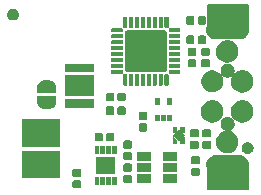
<source format=gts>
G04 #@! TF.GenerationSoftware,KiCad,Pcbnew,(5.0.1)-4*
G04 #@! TF.CreationDate,2019-04-11T15:05:26+02:00*
G04 #@! TF.ProjectId,nk-fido2,6E6B2D6669646F322E6B696361645F70,R2*
G04 #@! TF.SameCoordinates,PX791ddc0PY5e69114*
G04 #@! TF.FileFunction,Soldermask,Top*
G04 #@! TF.FilePolarity,Negative*
%FSLAX46Y46*%
G04 Gerber Fmt 4.6, Leading zero omitted, Abs format (unit mm)*
G04 Created by KiCad (PCBNEW (5.0.1)-4) date 11.04.2019 15:05:26*
%MOMM*%
%LPD*%
G01*
G04 APERTURE LIST*
%ADD10C,0.150000*%
%ADD11C,0.001000*%
G04 APERTURE END LIST*
D10*
G04 #@! TO.C,J1*
G36*
X8112000Y-6321390D02*
X8712000Y-5721390D01*
X8712000Y-7821390D01*
X5312000Y-7821390D01*
X5312000Y-5721390D01*
X5912000Y-6321390D01*
X8112000Y-6321390D01*
G37*
X8112000Y-6321390D02*
X8712000Y-5721390D01*
X8712000Y-7821390D01*
X5312000Y-7821390D01*
X5312000Y-5721390D01*
X5912000Y-6321390D01*
X8112000Y-6321390D01*
G36*
X5912000Y6278130D02*
X5312000Y5678130D01*
X5312000Y7778130D01*
X8712000Y7778130D01*
X8712000Y5678130D01*
X8112000Y6278130D01*
X5912000Y6278130D01*
G37*
X5912000Y6278130D02*
X5312000Y5678130D01*
X5312000Y7778130D01*
X8712000Y7778130D01*
X8712000Y5678130D01*
X8112000Y6278130D01*
X5912000Y6278130D01*
G04 #@! TO.C,L1*
G36*
X2449200Y-3238500D02*
X2879200Y-3668500D01*
X3309200Y-3238500D01*
X2879200Y-2808500D01*
X2449200Y-3238500D01*
G37*
G36*
X2349200Y-3938500D02*
X2749200Y-3938500D01*
X2749200Y-3638500D01*
X2399200Y-3288500D01*
X2349200Y-3288500D01*
X2349200Y-3938500D01*
G37*
G36*
X3009200Y-2538500D02*
X3409200Y-2538500D01*
X3409200Y-3063500D01*
X3234200Y-3063500D01*
X3009200Y-2838500D01*
X3009200Y-2538500D01*
G37*
G36*
X3409200Y-3938500D02*
X3009200Y-3938500D01*
X3009200Y-3638500D01*
X3234200Y-3413500D01*
X3409200Y-3413500D01*
X3409200Y-3938500D01*
G37*
G36*
X2349200Y-2538500D02*
X2749200Y-2538500D01*
X2749200Y-2838500D01*
X2524200Y-3063500D01*
X2349200Y-3063500D01*
X2349200Y-2538500D01*
G37*
D11*
X2407100Y-3328500D02*
X2357100Y-3328500D01*
D10*
G36*
X-5529609Y-7046694D02*
X-5499615Y-7055792D01*
X-5471979Y-7070564D01*
X-5447749Y-7090449D01*
X-5427864Y-7114679D01*
X-5413092Y-7142315D01*
X-5403994Y-7172309D01*
X-5400800Y-7204733D01*
X-5400800Y-7572267D01*
X-5403994Y-7604691D01*
X-5413092Y-7634685D01*
X-5427864Y-7662321D01*
X-5447749Y-7686551D01*
X-5471979Y-7706436D01*
X-5499615Y-7721208D01*
X-5529609Y-7730306D01*
X-5562033Y-7733500D01*
X-5979567Y-7733500D01*
X-6011991Y-7730306D01*
X-6041985Y-7721208D01*
X-6069621Y-7706436D01*
X-6093851Y-7686551D01*
X-6113736Y-7662321D01*
X-6128508Y-7634685D01*
X-6137606Y-7604691D01*
X-6140800Y-7572267D01*
X-6140800Y-7204733D01*
X-6137606Y-7172309D01*
X-6128508Y-7142315D01*
X-6113736Y-7114679D01*
X-6093851Y-7090449D01*
X-6069621Y-7070564D01*
X-6041985Y-7055792D01*
X-6011991Y-7046694D01*
X-5979567Y-7043500D01*
X-5562033Y-7043500D01*
X-5529609Y-7046694D01*
X-5529609Y-7046694D01*
G37*
G36*
X-2370800Y-7453500D02*
X-2770800Y-7453500D01*
X-2770800Y-6803500D01*
X-2370800Y-6803500D01*
X-2370800Y-7453500D01*
X-2370800Y-7453500D01*
G37*
G36*
X-3870800Y-7453500D02*
X-4270800Y-7453500D01*
X-4270800Y-6803500D01*
X-3870800Y-6803500D01*
X-3870800Y-7453500D01*
X-3870800Y-7453500D01*
G37*
G36*
X-2870800Y-7453500D02*
X-3270800Y-7453500D01*
X-3270800Y-6803500D01*
X-2870800Y-6803500D01*
X-2870800Y-7453500D01*
X-2870800Y-7453500D01*
G37*
G36*
X-3370800Y-7453500D02*
X-3770800Y-7453500D01*
X-3770800Y-6803500D01*
X-3370800Y-6803500D01*
X-3370800Y-7453500D01*
X-3370800Y-7453500D01*
G37*
G36*
X-1229609Y-6596694D02*
X-1199615Y-6605792D01*
X-1171979Y-6620564D01*
X-1147749Y-6640449D01*
X-1127864Y-6664679D01*
X-1113092Y-6692315D01*
X-1103994Y-6722309D01*
X-1100800Y-6754733D01*
X-1100800Y-7122267D01*
X-1103994Y-7154691D01*
X-1113092Y-7184685D01*
X-1127864Y-7212321D01*
X-1147749Y-7236551D01*
X-1171979Y-7256436D01*
X-1199615Y-7271208D01*
X-1229609Y-7280306D01*
X-1262033Y-7283500D01*
X-1679567Y-7283500D01*
X-1711991Y-7280306D01*
X-1741985Y-7271208D01*
X-1769621Y-7256436D01*
X-1793851Y-7236551D01*
X-1813736Y-7212321D01*
X-1828508Y-7184685D01*
X-1837606Y-7154691D01*
X-1840800Y-7122267D01*
X-1840800Y-6754733D01*
X-1837606Y-6722309D01*
X-1828508Y-6692315D01*
X-1813736Y-6664679D01*
X-1793851Y-6640449D01*
X-1769621Y-6620564D01*
X-1741985Y-6605792D01*
X-1711991Y-6596694D01*
X-1679567Y-6593500D01*
X-1262033Y-6593500D01*
X-1229609Y-6596694D01*
X-1229609Y-6596694D01*
G37*
G36*
X509200Y-7278500D02*
X-650800Y-7278500D01*
X-650800Y-6528500D01*
X509200Y-6528500D01*
X509200Y-7278500D01*
X509200Y-7278500D01*
G37*
G36*
X2709200Y-7278500D02*
X1549200Y-7278500D01*
X1549200Y-6528500D01*
X2709200Y-6528500D01*
X2709200Y-7278500D01*
X2709200Y-7278500D01*
G37*
G36*
X-7175000Y-6893500D02*
X-10375000Y-6893500D01*
X-10375000Y-4593500D01*
X-7175000Y-4593500D01*
X-7175000Y-6893500D01*
X-7175000Y-6893500D01*
G37*
G36*
X-5529609Y-6076694D02*
X-5499615Y-6085792D01*
X-5471979Y-6100564D01*
X-5447749Y-6120449D01*
X-5427864Y-6144679D01*
X-5413092Y-6172315D01*
X-5403994Y-6202309D01*
X-5400800Y-6234733D01*
X-5400800Y-6602267D01*
X-5403994Y-6634691D01*
X-5413092Y-6664685D01*
X-5427864Y-6692321D01*
X-5447749Y-6716551D01*
X-5471979Y-6736436D01*
X-5499615Y-6751208D01*
X-5529609Y-6760306D01*
X-5562033Y-6763500D01*
X-5979567Y-6763500D01*
X-6011991Y-6760306D01*
X-6041985Y-6751208D01*
X-6069621Y-6736436D01*
X-6093851Y-6716551D01*
X-6113736Y-6692321D01*
X-6128508Y-6664685D01*
X-6137606Y-6634691D01*
X-6140800Y-6602267D01*
X-6140800Y-6234733D01*
X-6137606Y-6202309D01*
X-6128508Y-6172315D01*
X-6113736Y-6144679D01*
X-6093851Y-6120449D01*
X-6069621Y-6100564D01*
X-6041985Y-6085792D01*
X-6011991Y-6076694D01*
X-5979567Y-6073500D01*
X-5562033Y-6073500D01*
X-5529609Y-6076694D01*
X-5529609Y-6076694D01*
G37*
G36*
X4520391Y-5981694D02*
X4550385Y-5990792D01*
X4578021Y-6005564D01*
X4602251Y-6025449D01*
X4622136Y-6049679D01*
X4636908Y-6077315D01*
X4646006Y-6107309D01*
X4649200Y-6139733D01*
X4649200Y-6507267D01*
X4646006Y-6539691D01*
X4636908Y-6569685D01*
X4622136Y-6597321D01*
X4602251Y-6621551D01*
X4578021Y-6641436D01*
X4550385Y-6656208D01*
X4520391Y-6665306D01*
X4487967Y-6668500D01*
X4070433Y-6668500D01*
X4038009Y-6665306D01*
X4008015Y-6656208D01*
X3980379Y-6641436D01*
X3956149Y-6621551D01*
X3936264Y-6597321D01*
X3921492Y-6569685D01*
X3912394Y-6539691D01*
X3909200Y-6507267D01*
X3909200Y-6139733D01*
X3912394Y-6107309D01*
X3921492Y-6077315D01*
X3936264Y-6049679D01*
X3956149Y-6025449D01*
X3980379Y-6005564D01*
X4008015Y-5990792D01*
X4038009Y-5981694D01*
X4070433Y-5978500D01*
X4487967Y-5978500D01*
X4520391Y-5981694D01*
X4520391Y-5981694D01*
G37*
G36*
X8156029Y-4926764D02*
X8306937Y-4972542D01*
X8446015Y-5046880D01*
X8567917Y-5146923D01*
X8667960Y-5268825D01*
X8742298Y-5407903D01*
X8788076Y-5558811D01*
X8803533Y-5715750D01*
X8788076Y-5872689D01*
X8742298Y-6023597D01*
X8667960Y-6162675D01*
X8567917Y-6284577D01*
X8446015Y-6384620D01*
X8306937Y-6458958D01*
X8156029Y-6504736D01*
X8038414Y-6516320D01*
X5960786Y-6516320D01*
X5843171Y-6504736D01*
X5692263Y-6458958D01*
X5553185Y-6384620D01*
X5431283Y-6284577D01*
X5331240Y-6162675D01*
X5256902Y-6023597D01*
X5211124Y-5872689D01*
X5195667Y-5715750D01*
X5211124Y-5558811D01*
X5256902Y-5407903D01*
X5331240Y-5268825D01*
X5431283Y-5146923D01*
X5553185Y-5046880D01*
X5692263Y-4972542D01*
X5843171Y-4926764D01*
X5960786Y-4915180D01*
X8038414Y-4915180D01*
X8156029Y-4926764D01*
X8156029Y-4926764D01*
G37*
G36*
X-2520800Y-6503500D02*
X-4120800Y-6503500D01*
X-4120800Y-5103500D01*
X-2520800Y-5103500D01*
X-2520800Y-6503500D01*
X-2520800Y-6503500D01*
G37*
G36*
X2709200Y-6328500D02*
X1549200Y-6328500D01*
X1549200Y-5578500D01*
X2709200Y-5578500D01*
X2709200Y-6328500D01*
X2709200Y-6328500D01*
G37*
G36*
X509200Y-6328500D02*
X-650800Y-6328500D01*
X-650800Y-5578500D01*
X509200Y-5578500D01*
X509200Y-6328500D01*
X509200Y-6328500D01*
G37*
G36*
X-1229609Y-5626694D02*
X-1199615Y-5635792D01*
X-1171979Y-5650564D01*
X-1147749Y-5670449D01*
X-1127864Y-5694679D01*
X-1113092Y-5722315D01*
X-1103994Y-5752309D01*
X-1100800Y-5784733D01*
X-1100800Y-6152267D01*
X-1103994Y-6184691D01*
X-1113092Y-6214685D01*
X-1127864Y-6242321D01*
X-1147749Y-6266551D01*
X-1171979Y-6286436D01*
X-1199615Y-6301208D01*
X-1229609Y-6310306D01*
X-1262033Y-6313500D01*
X-1679567Y-6313500D01*
X-1711991Y-6310306D01*
X-1741985Y-6301208D01*
X-1769621Y-6286436D01*
X-1793851Y-6266551D01*
X-1813736Y-6242321D01*
X-1828508Y-6214685D01*
X-1837606Y-6184691D01*
X-1840800Y-6152267D01*
X-1840800Y-5784733D01*
X-1837606Y-5752309D01*
X-1828508Y-5722315D01*
X-1813736Y-5694679D01*
X-1793851Y-5670449D01*
X-1769621Y-5650564D01*
X-1741985Y-5635792D01*
X-1711991Y-5626694D01*
X-1679567Y-5623500D01*
X-1262033Y-5623500D01*
X-1229609Y-5626694D01*
X-1229609Y-5626694D01*
G37*
G36*
X4520391Y-5011694D02*
X4550385Y-5020792D01*
X4578021Y-5035564D01*
X4602251Y-5055449D01*
X4622136Y-5079679D01*
X4636908Y-5107315D01*
X4646006Y-5137309D01*
X4649200Y-5169733D01*
X4649200Y-5537267D01*
X4646006Y-5569691D01*
X4636908Y-5599685D01*
X4622136Y-5627321D01*
X4602251Y-5651551D01*
X4578021Y-5671436D01*
X4550385Y-5686208D01*
X4520391Y-5695306D01*
X4487967Y-5698500D01*
X4070433Y-5698500D01*
X4038009Y-5695306D01*
X4008015Y-5686208D01*
X3980379Y-5671436D01*
X3956149Y-5651551D01*
X3936264Y-5627321D01*
X3921492Y-5599685D01*
X3912394Y-5569691D01*
X3909200Y-5537267D01*
X3909200Y-5169733D01*
X3912394Y-5137309D01*
X3921492Y-5107315D01*
X3936264Y-5079679D01*
X3956149Y-5055449D01*
X3980379Y-5035564D01*
X4008015Y-5020792D01*
X4038009Y-5011694D01*
X4070433Y-5008500D01*
X4487967Y-5008500D01*
X4520391Y-5011694D01*
X4520391Y-5011694D01*
G37*
G36*
X509200Y-5378500D02*
X-650800Y-5378500D01*
X-650800Y-4628500D01*
X509200Y-4628500D01*
X509200Y-5378500D01*
X509200Y-5378500D01*
G37*
G36*
X2709200Y-5378500D02*
X1549200Y-5378500D01*
X1549200Y-4628500D01*
X2709200Y-4628500D01*
X2709200Y-5378500D01*
X2709200Y-5378500D01*
G37*
G36*
X-1229609Y-4646694D02*
X-1199615Y-4655792D01*
X-1171979Y-4670564D01*
X-1147749Y-4690449D01*
X-1127864Y-4714679D01*
X-1113092Y-4742315D01*
X-1103994Y-4772309D01*
X-1100800Y-4804733D01*
X-1100800Y-5172267D01*
X-1103994Y-5204691D01*
X-1113092Y-5234685D01*
X-1127864Y-5262321D01*
X-1147749Y-5286551D01*
X-1171979Y-5306436D01*
X-1199615Y-5321208D01*
X-1229609Y-5330306D01*
X-1262033Y-5333500D01*
X-1679567Y-5333500D01*
X-1711991Y-5330306D01*
X-1741985Y-5321208D01*
X-1769621Y-5306436D01*
X-1793851Y-5286551D01*
X-1813736Y-5262321D01*
X-1828508Y-5234685D01*
X-1837606Y-5204691D01*
X-1840800Y-5172267D01*
X-1840800Y-4804733D01*
X-1837606Y-4772309D01*
X-1828508Y-4742315D01*
X-1813736Y-4714679D01*
X-1793851Y-4690449D01*
X-1769621Y-4670564D01*
X-1741985Y-4655792D01*
X-1711991Y-4646694D01*
X-1679567Y-4643500D01*
X-1262033Y-4643500D01*
X-1229609Y-4646694D01*
X-1229609Y-4646694D01*
G37*
G36*
X-2370800Y-4803500D02*
X-2770800Y-4803500D01*
X-2770800Y-4153500D01*
X-2370800Y-4153500D01*
X-2370800Y-4803500D01*
X-2370800Y-4803500D01*
G37*
G36*
X-2870800Y-4803500D02*
X-3270800Y-4803500D01*
X-3270800Y-4153500D01*
X-2870800Y-4153500D01*
X-2870800Y-4803500D01*
X-2870800Y-4803500D01*
G37*
G36*
X-3870800Y-4803500D02*
X-4270800Y-4803500D01*
X-4270800Y-4153500D01*
X-3870800Y-4153500D01*
X-3870800Y-4803500D01*
X-3870800Y-4803500D01*
G37*
G36*
X-3370800Y-4803500D02*
X-3770800Y-4803500D01*
X-3770800Y-4153500D01*
X-3370800Y-4153500D01*
X-3370800Y-4803500D01*
X-3370800Y-4803500D01*
G37*
G36*
X8845845Y-3822715D02*
X8936839Y-3860406D01*
X9018731Y-3915125D01*
X9088375Y-3984769D01*
X9143094Y-4066661D01*
X9180785Y-4157655D01*
X9200000Y-4254254D01*
X9200000Y-4352746D01*
X9180785Y-4449345D01*
X9143094Y-4540339D01*
X9088375Y-4622231D01*
X9018731Y-4691875D01*
X8936839Y-4746594D01*
X8845845Y-4784285D01*
X8749246Y-4803500D01*
X8650754Y-4803500D01*
X8554155Y-4784285D01*
X8463161Y-4746594D01*
X8381269Y-4691875D01*
X8311625Y-4622231D01*
X8256906Y-4540339D01*
X8219215Y-4449345D01*
X8200000Y-4352746D01*
X8200000Y-4254254D01*
X8219215Y-4157655D01*
X8256906Y-4066661D01*
X8311625Y-3984769D01*
X8381269Y-3915125D01*
X8463161Y-3860406D01*
X8554155Y-3822715D01*
X8650754Y-3803500D01*
X8749246Y-3803500D01*
X8845845Y-3822715D01*
X8845845Y-3822715D01*
G37*
G36*
X7174587Y-1689574D02*
X7283764Y-1734796D01*
X7382021Y-1800449D01*
X7465581Y-1884009D01*
X7531234Y-1982266D01*
X7576456Y-2091443D01*
X7599510Y-2207344D01*
X7599510Y-2325516D01*
X7576456Y-2441417D01*
X7531234Y-2550594D01*
X7465581Y-2648851D01*
X7382021Y-2732411D01*
X7283764Y-2798064D01*
X7198047Y-2833569D01*
X7193730Y-2835876D01*
X7189941Y-2838985D01*
X7186832Y-2842774D01*
X7184522Y-2847096D01*
X7183099Y-2851786D01*
X7182619Y-2856663D01*
X7183099Y-2861540D01*
X7184522Y-2866230D01*
X7186832Y-2870552D01*
X7189941Y-2874341D01*
X7193730Y-2877450D01*
X7198052Y-2879760D01*
X7202742Y-2881183D01*
X7247106Y-2890008D01*
X7419994Y-2961620D01*
X7575589Y-3065586D01*
X7707914Y-3197911D01*
X7811880Y-3353506D01*
X7883492Y-3526394D01*
X7883492Y-3526395D01*
X7919611Y-3707976D01*
X7920000Y-3709935D01*
X7920000Y-3897065D01*
X7883492Y-4080606D01*
X7811880Y-4253494D01*
X7707914Y-4409089D01*
X7575589Y-4541414D01*
X7419994Y-4645380D01*
X7247106Y-4716992D01*
X7185926Y-4729161D01*
X7063567Y-4753500D01*
X6876433Y-4753500D01*
X6754074Y-4729161D01*
X6692894Y-4716992D01*
X6520006Y-4645380D01*
X6364411Y-4541414D01*
X6232086Y-4409089D01*
X6128120Y-4253494D01*
X6056508Y-4080606D01*
X6020000Y-3897065D01*
X6020000Y-3709935D01*
X6020390Y-3707976D01*
X6056508Y-3526395D01*
X6056508Y-3526394D01*
X6128120Y-3353506D01*
X6232086Y-3197911D01*
X6364411Y-3065586D01*
X6520006Y-2961620D01*
X6692894Y-2890008D01*
X6777252Y-2873228D01*
X6781942Y-2871805D01*
X6786264Y-2869495D01*
X6790053Y-2866386D01*
X6793162Y-2862597D01*
X6795472Y-2858275D01*
X6796895Y-2853585D01*
X6797375Y-2848708D01*
X6796895Y-2843831D01*
X6795472Y-2839141D01*
X6793162Y-2834819D01*
X6790053Y-2831030D01*
X6786264Y-2827921D01*
X6781945Y-2825612D01*
X6715436Y-2798064D01*
X6617179Y-2732411D01*
X6533619Y-2648851D01*
X6467966Y-2550594D01*
X6422744Y-2441417D01*
X6399690Y-2325516D01*
X6399690Y-2207344D01*
X6422744Y-2091443D01*
X6467966Y-1982266D01*
X6533619Y-1884009D01*
X6617179Y-1800449D01*
X6715436Y-1734796D01*
X6824613Y-1689574D01*
X6940514Y-1666520D01*
X7058686Y-1666520D01*
X7174587Y-1689574D01*
X7174587Y-1689574D01*
G37*
G36*
X5470391Y-3696694D02*
X5500385Y-3705792D01*
X5528021Y-3720564D01*
X5552251Y-3740449D01*
X5572136Y-3764679D01*
X5586908Y-3792315D01*
X5596006Y-3822309D01*
X5599200Y-3854733D01*
X5599200Y-4222267D01*
X5596006Y-4254691D01*
X5586908Y-4284685D01*
X5572136Y-4312321D01*
X5552251Y-4336551D01*
X5528021Y-4356436D01*
X5500385Y-4371208D01*
X5470391Y-4380306D01*
X5437967Y-4383500D01*
X5020433Y-4383500D01*
X4988009Y-4380306D01*
X4958015Y-4371208D01*
X4930379Y-4356436D01*
X4906149Y-4336551D01*
X4886264Y-4312321D01*
X4871492Y-4284685D01*
X4862394Y-4254691D01*
X4859200Y-4222267D01*
X4859200Y-3854733D01*
X4862394Y-3822309D01*
X4871492Y-3792315D01*
X4886264Y-3764679D01*
X4906149Y-3740449D01*
X4930379Y-3720564D01*
X4958015Y-3705792D01*
X4988009Y-3696694D01*
X5020433Y-3693500D01*
X5437967Y-3693500D01*
X5470391Y-3696694D01*
X5470391Y-3696694D01*
G37*
G36*
X4420391Y-3696694D02*
X4450385Y-3705792D01*
X4478021Y-3720564D01*
X4502251Y-3740449D01*
X4522136Y-3764679D01*
X4536908Y-3792315D01*
X4546006Y-3822309D01*
X4549200Y-3854733D01*
X4549200Y-4222267D01*
X4546006Y-4254691D01*
X4536908Y-4284685D01*
X4522136Y-4312321D01*
X4502251Y-4336551D01*
X4478021Y-4356436D01*
X4450385Y-4371208D01*
X4420391Y-4380306D01*
X4387967Y-4383500D01*
X3970433Y-4383500D01*
X3938009Y-4380306D01*
X3908015Y-4371208D01*
X3880379Y-4356436D01*
X3856149Y-4336551D01*
X3836264Y-4312321D01*
X3821492Y-4284685D01*
X3812394Y-4254691D01*
X3809200Y-4222267D01*
X3809200Y-3854733D01*
X3812394Y-3822309D01*
X3821492Y-3792315D01*
X3836264Y-3764679D01*
X3856149Y-3740449D01*
X3880379Y-3720564D01*
X3908015Y-3705792D01*
X3938009Y-3696694D01*
X3970433Y-3693500D01*
X4387967Y-3693500D01*
X4420391Y-3696694D01*
X4420391Y-3696694D01*
G37*
G36*
X-1229609Y-3676694D02*
X-1199615Y-3685792D01*
X-1171979Y-3700564D01*
X-1147749Y-3720449D01*
X-1127864Y-3744679D01*
X-1113092Y-3772315D01*
X-1103994Y-3802309D01*
X-1100800Y-3834733D01*
X-1100800Y-4202267D01*
X-1103994Y-4234691D01*
X-1113092Y-4264685D01*
X-1127864Y-4292321D01*
X-1147749Y-4316551D01*
X-1171979Y-4336436D01*
X-1199615Y-4351208D01*
X-1229609Y-4360306D01*
X-1262033Y-4363500D01*
X-1679567Y-4363500D01*
X-1711991Y-4360306D01*
X-1741985Y-4351208D01*
X-1769621Y-4336436D01*
X-1793851Y-4316551D01*
X-1813736Y-4292321D01*
X-1828508Y-4264685D01*
X-1837606Y-4234691D01*
X-1840800Y-4202267D01*
X-1840800Y-3834733D01*
X-1837606Y-3802309D01*
X-1828508Y-3772315D01*
X-1813736Y-3744679D01*
X-1793851Y-3720449D01*
X-1769621Y-3700564D01*
X-1741985Y-3685792D01*
X-1711991Y-3676694D01*
X-1679567Y-3673500D01*
X-1262033Y-3673500D01*
X-1229609Y-3676694D01*
X-1229609Y-3676694D01*
G37*
G36*
X-7175000Y-4193500D02*
X-10375000Y-4193500D01*
X-10375000Y-1893500D01*
X-7175000Y-1893500D01*
X-7175000Y-4193500D01*
X-7175000Y-4193500D01*
G37*
G36*
X3339200Y-3808500D02*
X3139200Y-3808500D01*
X3139200Y-3608500D01*
X3339200Y-3608500D01*
X3339200Y-3808500D01*
X3339200Y-3808500D01*
G37*
G36*
X2619200Y-3808500D02*
X2419200Y-3808500D01*
X2419200Y-3608500D01*
X2619200Y-3608500D01*
X2619200Y-3808500D01*
X2619200Y-3808500D01*
G37*
G36*
X-3689609Y-3021694D02*
X-3659615Y-3030792D01*
X-3631979Y-3045564D01*
X-3607749Y-3065449D01*
X-3587864Y-3089679D01*
X-3573092Y-3117315D01*
X-3563994Y-3147309D01*
X-3560800Y-3179733D01*
X-3560800Y-3597267D01*
X-3563994Y-3629691D01*
X-3573092Y-3659685D01*
X-3587864Y-3687321D01*
X-3607749Y-3711551D01*
X-3631979Y-3731436D01*
X-3659615Y-3746208D01*
X-3689609Y-3755306D01*
X-3722033Y-3758500D01*
X-4089567Y-3758500D01*
X-4121991Y-3755306D01*
X-4151985Y-3746208D01*
X-4179621Y-3731436D01*
X-4203851Y-3711551D01*
X-4223736Y-3687321D01*
X-4238508Y-3659685D01*
X-4247606Y-3629691D01*
X-4250800Y-3597267D01*
X-4250800Y-3179733D01*
X-4247606Y-3147309D01*
X-4238508Y-3117315D01*
X-4223736Y-3089679D01*
X-4203851Y-3065449D01*
X-4179621Y-3045564D01*
X-4151985Y-3030792D01*
X-4121991Y-3021694D01*
X-4089567Y-3018500D01*
X-3722033Y-3018500D01*
X-3689609Y-3021694D01*
X-3689609Y-3021694D01*
G37*
G36*
X-2719609Y-3021694D02*
X-2689615Y-3030792D01*
X-2661979Y-3045564D01*
X-2637749Y-3065449D01*
X-2617864Y-3089679D01*
X-2603092Y-3117315D01*
X-2593994Y-3147309D01*
X-2590800Y-3179733D01*
X-2590800Y-3597267D01*
X-2593994Y-3629691D01*
X-2603092Y-3659685D01*
X-2617864Y-3687321D01*
X-2637749Y-3711551D01*
X-2661979Y-3731436D01*
X-2689615Y-3746208D01*
X-2719609Y-3755306D01*
X-2752033Y-3758500D01*
X-3119567Y-3758500D01*
X-3151991Y-3755306D01*
X-3181985Y-3746208D01*
X-3209621Y-3731436D01*
X-3233851Y-3711551D01*
X-3253736Y-3687321D01*
X-3268508Y-3659685D01*
X-3277606Y-3629691D01*
X-3280800Y-3597267D01*
X-3280800Y-3179733D01*
X-3277606Y-3147309D01*
X-3268508Y-3117315D01*
X-3253736Y-3089679D01*
X-3233851Y-3065449D01*
X-3209621Y-3045564D01*
X-3181985Y-3030792D01*
X-3151991Y-3021694D01*
X-3119567Y-3018500D01*
X-2752033Y-3018500D01*
X-2719609Y-3021694D01*
X-2719609Y-3021694D01*
G37*
G36*
X3360033Y-3238500D02*
X2879200Y-3719333D01*
X2398367Y-3238500D01*
X2879200Y-2757667D01*
X3360033Y-3238500D01*
X3360033Y-3238500D01*
G37*
G36*
X4420391Y-2726694D02*
X4450385Y-2735792D01*
X4478021Y-2750564D01*
X4502251Y-2770449D01*
X4522136Y-2794679D01*
X4536908Y-2822315D01*
X4546006Y-2852309D01*
X4549200Y-2884733D01*
X4549200Y-3252267D01*
X4546006Y-3284691D01*
X4536908Y-3314685D01*
X4522136Y-3342321D01*
X4502251Y-3366551D01*
X4478021Y-3386436D01*
X4450385Y-3401208D01*
X4420391Y-3410306D01*
X4387967Y-3413500D01*
X3970433Y-3413500D01*
X3938009Y-3410306D01*
X3908015Y-3401208D01*
X3880379Y-3386436D01*
X3856149Y-3366551D01*
X3836264Y-3342321D01*
X3821492Y-3314685D01*
X3812394Y-3284691D01*
X3809200Y-3252267D01*
X3809200Y-2884733D01*
X3812394Y-2852309D01*
X3821492Y-2822315D01*
X3836264Y-2794679D01*
X3856149Y-2770449D01*
X3880379Y-2750564D01*
X3908015Y-2735792D01*
X3938009Y-2726694D01*
X3970433Y-2723500D01*
X4387967Y-2723500D01*
X4420391Y-2726694D01*
X4420391Y-2726694D01*
G37*
G36*
X5470391Y-2726694D02*
X5500385Y-2735792D01*
X5528021Y-2750564D01*
X5552251Y-2770449D01*
X5572136Y-2794679D01*
X5586908Y-2822315D01*
X5596006Y-2852309D01*
X5599200Y-2884733D01*
X5599200Y-3252267D01*
X5596006Y-3284691D01*
X5586908Y-3314685D01*
X5572136Y-3342321D01*
X5552251Y-3366551D01*
X5528021Y-3386436D01*
X5500385Y-3401208D01*
X5470391Y-3410306D01*
X5437967Y-3413500D01*
X5020433Y-3413500D01*
X4988009Y-3410306D01*
X4958015Y-3401208D01*
X4930379Y-3386436D01*
X4906149Y-3366551D01*
X4886264Y-3342321D01*
X4871492Y-3314685D01*
X4862394Y-3284691D01*
X4859200Y-3252267D01*
X4859200Y-2884733D01*
X4862394Y-2852309D01*
X4871492Y-2822315D01*
X4886264Y-2794679D01*
X4906149Y-2770449D01*
X4930379Y-2750564D01*
X4958015Y-2735792D01*
X4988009Y-2726694D01*
X5020433Y-2723500D01*
X5437967Y-2723500D01*
X5470391Y-2726694D01*
X5470391Y-2726694D01*
G37*
G36*
X70391Y-2231694D02*
X100385Y-2240792D01*
X128021Y-2255564D01*
X152251Y-2275449D01*
X172136Y-2299679D01*
X186908Y-2327315D01*
X196006Y-2357309D01*
X199200Y-2389733D01*
X199200Y-2757267D01*
X196006Y-2789691D01*
X186908Y-2819685D01*
X172136Y-2847321D01*
X152251Y-2871551D01*
X128021Y-2891436D01*
X100385Y-2906208D01*
X70391Y-2915306D01*
X37967Y-2918500D01*
X-379567Y-2918500D01*
X-411991Y-2915306D01*
X-441985Y-2906208D01*
X-469621Y-2891436D01*
X-493851Y-2871551D01*
X-513736Y-2847321D01*
X-528508Y-2819685D01*
X-537606Y-2789691D01*
X-540800Y-2757267D01*
X-540800Y-2389733D01*
X-537606Y-2357309D01*
X-528508Y-2327315D01*
X-513736Y-2299679D01*
X-493851Y-2275449D01*
X-469621Y-2255564D01*
X-441985Y-2240792D01*
X-411991Y-2231694D01*
X-379567Y-2228500D01*
X37967Y-2228500D01*
X70391Y-2231694D01*
X70391Y-2231694D01*
G37*
G36*
X3329200Y-2888500D02*
X3129200Y-2888500D01*
X3129200Y-2688500D01*
X3329200Y-2688500D01*
X3329200Y-2888500D01*
X3329200Y-2888500D01*
G37*
G36*
X2619200Y-2888500D02*
X2419200Y-2888500D01*
X2419200Y-2688500D01*
X2619200Y-2688500D01*
X2619200Y-2888500D01*
X2619200Y-2888500D01*
G37*
G36*
X8455926Y-287839D02*
X8517106Y-300008D01*
X8689994Y-371620D01*
X8845589Y-475586D01*
X8977914Y-607911D01*
X9081880Y-763506D01*
X9153492Y-936394D01*
X9163929Y-988863D01*
X9190000Y-1119933D01*
X9190000Y-1307067D01*
X9185502Y-1329679D01*
X9153492Y-1490606D01*
X9081880Y-1663494D01*
X8977914Y-1819089D01*
X8845589Y-1951414D01*
X8689994Y-2055380D01*
X8517106Y-2126992D01*
X8455926Y-2139161D01*
X8333567Y-2163500D01*
X8146433Y-2163500D01*
X8024074Y-2139161D01*
X7962894Y-2126992D01*
X7790006Y-2055380D01*
X7634411Y-1951414D01*
X7502086Y-1819089D01*
X7398120Y-1663494D01*
X7326508Y-1490606D01*
X7294498Y-1329679D01*
X7290000Y-1307067D01*
X7290000Y-1119933D01*
X7316071Y-988863D01*
X7326508Y-936394D01*
X7398120Y-763506D01*
X7502086Y-607911D01*
X7634411Y-475586D01*
X7790006Y-371620D01*
X7962894Y-300008D01*
X8024074Y-287839D01*
X8146433Y-263500D01*
X8333567Y-263500D01*
X8455926Y-287839D01*
X8455926Y-287839D01*
G37*
G36*
X5915926Y-287839D02*
X5977106Y-300008D01*
X6149994Y-371620D01*
X6305589Y-475586D01*
X6437914Y-607911D01*
X6541880Y-763506D01*
X6613492Y-936394D01*
X6623929Y-988863D01*
X6650000Y-1119933D01*
X6650000Y-1307067D01*
X6645502Y-1329679D01*
X6613492Y-1490606D01*
X6541880Y-1663494D01*
X6437914Y-1819089D01*
X6305589Y-1951414D01*
X6149994Y-2055380D01*
X5977106Y-2126992D01*
X5915926Y-2139161D01*
X5793567Y-2163500D01*
X5606433Y-2163500D01*
X5484074Y-2139161D01*
X5422894Y-2126992D01*
X5250006Y-2055380D01*
X5094411Y-1951414D01*
X4962086Y-1819089D01*
X4858120Y-1663494D01*
X4786508Y-1490606D01*
X4754498Y-1329679D01*
X4750000Y-1307067D01*
X4750000Y-1119933D01*
X4776071Y-988863D01*
X4786508Y-936394D01*
X4858120Y-763506D01*
X4962086Y-607911D01*
X5094411Y-475586D01*
X5250006Y-371620D01*
X5422894Y-300008D01*
X5484074Y-287839D01*
X5606433Y-263500D01*
X5793567Y-263500D01*
X5915926Y-287839D01*
X5915926Y-287839D01*
G37*
G36*
X1779200Y-2063500D02*
X1379200Y-2063500D01*
X1379200Y-1513500D01*
X1779200Y-1513500D01*
X1779200Y-2063500D01*
X1779200Y-2063500D01*
G37*
G36*
X2279200Y-2063500D02*
X1879200Y-2063500D01*
X1879200Y-1513500D01*
X2279200Y-1513500D01*
X2279200Y-2063500D01*
X2279200Y-2063500D01*
G37*
G36*
X1279200Y-2063500D02*
X879200Y-2063500D01*
X879200Y-1513500D01*
X1279200Y-1513500D01*
X1279200Y-2063500D01*
X1279200Y-2063500D01*
G37*
G36*
X70391Y-1261694D02*
X100385Y-1270792D01*
X128021Y-1285564D01*
X152251Y-1305449D01*
X172136Y-1329679D01*
X186908Y-1357315D01*
X196006Y-1387309D01*
X199200Y-1419733D01*
X199200Y-1787267D01*
X196006Y-1819691D01*
X186908Y-1849685D01*
X172136Y-1877321D01*
X152251Y-1901551D01*
X128021Y-1921436D01*
X100385Y-1936208D01*
X70391Y-1945306D01*
X37967Y-1948500D01*
X-379567Y-1948500D01*
X-411991Y-1945306D01*
X-441985Y-1936208D01*
X-469621Y-1921436D01*
X-493851Y-1901551D01*
X-513736Y-1877321D01*
X-528508Y-1849685D01*
X-537606Y-1819691D01*
X-540800Y-1787267D01*
X-540800Y-1419733D01*
X-537606Y-1387309D01*
X-528508Y-1357315D01*
X-513736Y-1329679D01*
X-493851Y-1305449D01*
X-469621Y-1285564D01*
X-441985Y-1270792D01*
X-411991Y-1261694D01*
X-379567Y-1258500D01*
X37967Y-1258500D01*
X70391Y-1261694D01*
X70391Y-1261694D01*
G37*
G36*
X-1769609Y-786694D02*
X-1739615Y-795792D01*
X-1711979Y-810564D01*
X-1687749Y-830449D01*
X-1667864Y-854679D01*
X-1653092Y-882315D01*
X-1643994Y-912309D01*
X-1640800Y-944733D01*
X-1640800Y-1362267D01*
X-1643994Y-1394691D01*
X-1653092Y-1424685D01*
X-1667864Y-1452321D01*
X-1687749Y-1476551D01*
X-1711979Y-1496436D01*
X-1739615Y-1511208D01*
X-1769609Y-1520306D01*
X-1802033Y-1523500D01*
X-2169567Y-1523500D01*
X-2201991Y-1520306D01*
X-2231985Y-1511208D01*
X-2259621Y-1496436D01*
X-2283851Y-1476551D01*
X-2303736Y-1452321D01*
X-2318508Y-1424685D01*
X-2327606Y-1394691D01*
X-2330800Y-1362267D01*
X-2330800Y-944733D01*
X-2327606Y-912309D01*
X-2318508Y-882315D01*
X-2303736Y-854679D01*
X-2283851Y-830449D01*
X-2259621Y-810564D01*
X-2231985Y-795792D01*
X-2201991Y-786694D01*
X-2169567Y-783500D01*
X-1802033Y-783500D01*
X-1769609Y-786694D01*
X-1769609Y-786694D01*
G37*
G36*
X-2739609Y-786694D02*
X-2709615Y-795792D01*
X-2681979Y-810564D01*
X-2657749Y-830449D01*
X-2637864Y-854679D01*
X-2623092Y-882315D01*
X-2613994Y-912309D01*
X-2610800Y-944733D01*
X-2610800Y-1362267D01*
X-2613994Y-1394691D01*
X-2623092Y-1424685D01*
X-2637864Y-1452321D01*
X-2657749Y-1476551D01*
X-2681979Y-1496436D01*
X-2709615Y-1511208D01*
X-2739609Y-1520306D01*
X-2772033Y-1523500D01*
X-3139567Y-1523500D01*
X-3171991Y-1520306D01*
X-3201985Y-1511208D01*
X-3229621Y-1496436D01*
X-3253851Y-1476551D01*
X-3273736Y-1452321D01*
X-3288508Y-1424685D01*
X-3297606Y-1394691D01*
X-3300800Y-1362267D01*
X-3300800Y-944733D01*
X-3297606Y-912309D01*
X-3288508Y-882315D01*
X-3273736Y-854679D01*
X-3253851Y-830449D01*
X-3229621Y-810564D01*
X-3201985Y-795792D01*
X-3171991Y-786694D01*
X-3139567Y-783500D01*
X-2772033Y-783500D01*
X-2739609Y-786694D01*
X-2739609Y-786694D01*
G37*
G36*
X-7570803Y111742D02*
X-7570800Y111742D01*
X-7560998Y110777D01*
X-7551573Y107918D01*
X-7542887Y103275D01*
X-7540188Y101059D01*
X-7535273Y97027D01*
X-7531241Y92112D01*
X-7529025Y89413D01*
X-7524382Y80727D01*
X-7521523Y71302D01*
X-7520558Y61500D01*
X-7520437Y60268D01*
X-7520437Y-437268D01*
X-7520558Y-438496D01*
X-7520558Y-438500D01*
X-7521523Y-448302D01*
X-7521769Y-449113D01*
X-7522724Y-453915D01*
X-7522845Y-456367D01*
X-7522845Y-486277D01*
X-7522966Y-487505D01*
X-7522966Y-487509D01*
X-7523931Y-497311D01*
X-7523933Y-497320D01*
X-7524053Y-498540D01*
X-7542696Y-592268D01*
X-7543053Y-593444D01*
X-7545912Y-602869D01*
X-7545914Y-602874D01*
X-7546270Y-604047D01*
X-7582840Y-692336D01*
X-7583417Y-693416D01*
X-7583421Y-693425D01*
X-7588064Y-702111D01*
X-7588069Y-702118D01*
X-7588646Y-703198D01*
X-7641738Y-782656D01*
X-7642516Y-783605D01*
X-7642520Y-783610D01*
X-7645051Y-786694D01*
X-7649549Y-792175D01*
X-7717125Y-859751D01*
X-7722565Y-864215D01*
X-7725690Y-866780D01*
X-7725695Y-866784D01*
X-7726644Y-867562D01*
X-7806102Y-920654D01*
X-7807182Y-921231D01*
X-7807189Y-921236D01*
X-7815875Y-925879D01*
X-7815884Y-925883D01*
X-7816964Y-926460D01*
X-7905253Y-963030D01*
X-7906426Y-963386D01*
X-7906431Y-963388D01*
X-7913627Y-965571D01*
X-7917032Y-966604D01*
X-8010760Y-985247D01*
X-8011980Y-985367D01*
X-8011989Y-985369D01*
X-8021791Y-986334D01*
X-8021795Y-986334D01*
X-8023023Y-986455D01*
X-8052933Y-986455D01*
X-8057810Y-986935D01*
X-8060182Y-987530D01*
X-8060998Y-987777D01*
X-8070800Y-988742D01*
X-8070804Y-988742D01*
X-8072032Y-988863D01*
X-8569568Y-988863D01*
X-8570796Y-988742D01*
X-8570800Y-988742D01*
X-8580602Y-987777D01*
X-8581413Y-987531D01*
X-8586215Y-986576D01*
X-8588667Y-986455D01*
X-8618577Y-986455D01*
X-8619805Y-986334D01*
X-8619809Y-986334D01*
X-8629611Y-985369D01*
X-8629620Y-985367D01*
X-8630840Y-985247D01*
X-8724568Y-966604D01*
X-8727973Y-965571D01*
X-8735169Y-963388D01*
X-8735174Y-963386D01*
X-8736347Y-963030D01*
X-8824636Y-926460D01*
X-8825716Y-925883D01*
X-8825725Y-925879D01*
X-8834411Y-921236D01*
X-8834418Y-921231D01*
X-8835498Y-920654D01*
X-8914956Y-867562D01*
X-8915905Y-866784D01*
X-8915910Y-866780D01*
X-8919035Y-864215D01*
X-8924475Y-859751D01*
X-8992051Y-792175D01*
X-8996549Y-786694D01*
X-8999080Y-783610D01*
X-8999084Y-783605D01*
X-8999862Y-782656D01*
X-9052954Y-703198D01*
X-9053531Y-702118D01*
X-9053536Y-702111D01*
X-9058179Y-693425D01*
X-9058183Y-693416D01*
X-9058760Y-692336D01*
X-9095330Y-604047D01*
X-9095686Y-602874D01*
X-9095688Y-602869D01*
X-9098547Y-593444D01*
X-9098904Y-592268D01*
X-9117547Y-498540D01*
X-9117667Y-497320D01*
X-9117669Y-497311D01*
X-9118634Y-487509D01*
X-9118634Y-487505D01*
X-9118755Y-486277D01*
X-9118755Y-456367D01*
X-9119235Y-451490D01*
X-9119830Y-449118D01*
X-9120077Y-448302D01*
X-9121042Y-438500D01*
X-9121042Y-438496D01*
X-9121163Y-437268D01*
X-9121163Y60268D01*
X-9121042Y61500D01*
X-9120077Y71302D01*
X-9117218Y80727D01*
X-9112575Y89413D01*
X-9110359Y92112D01*
X-9106327Y97027D01*
X-9101412Y101059D01*
X-9098713Y103275D01*
X-9090027Y107918D01*
X-9080602Y110777D01*
X-9070800Y111742D01*
X-9070797Y111742D01*
X-9069568Y111863D01*
X-7572032Y111863D01*
X-7570803Y111742D01*
X-7570803Y111742D01*
G37*
G36*
X-4345800Y-888500D02*
X-6795800Y-888500D01*
X-6795800Y-188500D01*
X-4345800Y-188500D01*
X-4345800Y-888500D01*
X-4345800Y-888500D01*
G37*
G36*
X2279200Y-663500D02*
X1879200Y-663500D01*
X1879200Y-113500D01*
X2279200Y-113500D01*
X2279200Y-663500D01*
X2279200Y-663500D01*
G37*
G36*
X1279200Y-663500D02*
X879200Y-663500D01*
X879200Y-113500D01*
X1279200Y-113500D01*
X1279200Y-663500D01*
X1279200Y-663500D01*
G37*
G36*
X-1769609Y363306D02*
X-1739615Y354208D01*
X-1711979Y339436D01*
X-1687749Y319551D01*
X-1667864Y295321D01*
X-1653092Y267685D01*
X-1643994Y237691D01*
X-1640800Y205267D01*
X-1640800Y-212267D01*
X-1643994Y-244691D01*
X-1653092Y-274685D01*
X-1667864Y-302321D01*
X-1687749Y-326551D01*
X-1711979Y-346436D01*
X-1739615Y-361208D01*
X-1769609Y-370306D01*
X-1802033Y-373500D01*
X-2169567Y-373500D01*
X-2201991Y-370306D01*
X-2231985Y-361208D01*
X-2259621Y-346436D01*
X-2283851Y-326551D01*
X-2303736Y-302321D01*
X-2318508Y-274685D01*
X-2327606Y-244691D01*
X-2330800Y-212267D01*
X-2330800Y205267D01*
X-2327606Y237691D01*
X-2318508Y267685D01*
X-2303736Y295321D01*
X-2283851Y319551D01*
X-2259621Y339436D01*
X-2231985Y354208D01*
X-2201991Y363306D01*
X-2169567Y366500D01*
X-1802033Y366500D01*
X-1769609Y363306D01*
X-1769609Y363306D01*
G37*
G36*
X-2739609Y363306D02*
X-2709615Y354208D01*
X-2681979Y339436D01*
X-2657749Y319551D01*
X-2637864Y295321D01*
X-2623092Y267685D01*
X-2613994Y237691D01*
X-2610800Y205267D01*
X-2610800Y-212267D01*
X-2613994Y-244691D01*
X-2623092Y-274685D01*
X-2637864Y-302321D01*
X-2657749Y-326551D01*
X-2681979Y-346436D01*
X-2709615Y-361208D01*
X-2739609Y-370306D01*
X-2772033Y-373500D01*
X-3139567Y-373500D01*
X-3171991Y-370306D01*
X-3201985Y-361208D01*
X-3229621Y-346436D01*
X-3253851Y-326551D01*
X-3273736Y-302321D01*
X-3288508Y-274685D01*
X-3297606Y-244691D01*
X-3300800Y-212267D01*
X-3300800Y205267D01*
X-3297606Y237691D01*
X-3288508Y267685D01*
X-3273736Y295321D01*
X-3253851Y319551D01*
X-3229621Y339436D01*
X-3201985Y354208D01*
X-3171991Y363306D01*
X-3139567Y366500D01*
X-2772033Y366500D01*
X-2739609Y363306D01*
X-2739609Y363306D01*
G37*
G36*
X-4330800Y86500D02*
X-6810800Y86500D01*
X-6810800Y1836500D01*
X-4330800Y1836500D01*
X-4330800Y86500D01*
X-4330800Y86500D01*
G37*
G36*
X-8070804Y1411742D02*
X-8070800Y1411742D01*
X-8060998Y1410777D01*
X-8060187Y1410531D01*
X-8055385Y1409576D01*
X-8052933Y1409455D01*
X-8023023Y1409455D01*
X-8021795Y1409334D01*
X-8021791Y1409334D01*
X-8011989Y1408369D01*
X-8011980Y1408367D01*
X-8010760Y1408247D01*
X-7917032Y1389604D01*
X-7913627Y1388571D01*
X-7906431Y1386388D01*
X-7906426Y1386386D01*
X-7905253Y1386030D01*
X-7816964Y1349460D01*
X-7815884Y1348883D01*
X-7815875Y1348879D01*
X-7807189Y1344236D01*
X-7807182Y1344231D01*
X-7806102Y1343654D01*
X-7726644Y1290562D01*
X-7725695Y1289784D01*
X-7725690Y1289780D01*
X-7722565Y1287215D01*
X-7717125Y1282751D01*
X-7649549Y1215175D01*
X-7645085Y1209735D01*
X-7642520Y1206610D01*
X-7642516Y1206605D01*
X-7641738Y1205656D01*
X-7588646Y1126198D01*
X-7588069Y1125118D01*
X-7588064Y1125111D01*
X-7583421Y1116425D01*
X-7583417Y1116416D01*
X-7582840Y1115336D01*
X-7546270Y1027047D01*
X-7545914Y1025874D01*
X-7545912Y1025869D01*
X-7545805Y1025515D01*
X-7542696Y1015268D01*
X-7524053Y921540D01*
X-7523933Y920320D01*
X-7523931Y920311D01*
X-7522966Y910509D01*
X-7522845Y909277D01*
X-7522845Y879367D01*
X-7522365Y874490D01*
X-7521770Y872118D01*
X-7521523Y871302D01*
X-7520558Y861500D01*
X-7520437Y860268D01*
X-7520437Y362732D01*
X-7520558Y361503D01*
X-7520558Y361500D01*
X-7521523Y351698D01*
X-7524382Y342273D01*
X-7529025Y333587D01*
X-7531241Y330888D01*
X-7535273Y325973D01*
X-7540188Y321941D01*
X-7542887Y319725D01*
X-7551573Y315082D01*
X-7560998Y312223D01*
X-7570800Y311258D01*
X-7570803Y311258D01*
X-7572032Y311137D01*
X-9069568Y311137D01*
X-9070797Y311258D01*
X-9070800Y311258D01*
X-9080602Y312223D01*
X-9090027Y315082D01*
X-9098713Y319725D01*
X-9101412Y321941D01*
X-9106327Y325973D01*
X-9110359Y330888D01*
X-9112575Y333587D01*
X-9117218Y342273D01*
X-9120077Y351698D01*
X-9121042Y361500D01*
X-9121042Y361503D01*
X-9121163Y362732D01*
X-9121163Y860268D01*
X-9121042Y861500D01*
X-9120077Y871302D01*
X-9119831Y872113D01*
X-9118876Y876915D01*
X-9118755Y879367D01*
X-9118755Y909277D01*
X-9118634Y910509D01*
X-9117669Y920311D01*
X-9117667Y920320D01*
X-9117547Y921540D01*
X-9098904Y1015268D01*
X-9095795Y1025515D01*
X-9095688Y1025869D01*
X-9095686Y1025874D01*
X-9095330Y1027047D01*
X-9058760Y1115336D01*
X-9058183Y1116416D01*
X-9058179Y1116425D01*
X-9053536Y1125111D01*
X-9053531Y1125118D01*
X-9052954Y1126198D01*
X-8999862Y1205656D01*
X-8999084Y1206605D01*
X-8999080Y1206610D01*
X-8996515Y1209735D01*
X-8992051Y1215175D01*
X-8924475Y1282751D01*
X-8919035Y1287215D01*
X-8915910Y1289780D01*
X-8915905Y1289784D01*
X-8914956Y1290562D01*
X-8835498Y1343654D01*
X-8834418Y1344231D01*
X-8834411Y1344236D01*
X-8825725Y1348879D01*
X-8825716Y1348883D01*
X-8824636Y1349460D01*
X-8736347Y1386030D01*
X-8735174Y1386386D01*
X-8735169Y1386388D01*
X-8727973Y1388571D01*
X-8724568Y1389604D01*
X-8630840Y1408247D01*
X-8629620Y1408367D01*
X-8629611Y1408369D01*
X-8619809Y1409334D01*
X-8619805Y1409334D01*
X-8618577Y1409455D01*
X-8588667Y1409455D01*
X-8583790Y1409935D01*
X-8581418Y1410530D01*
X-8580602Y1410777D01*
X-8570800Y1411742D01*
X-8570796Y1411742D01*
X-8569568Y1411863D01*
X-8072032Y1411863D01*
X-8070804Y1411742D01*
X-8070804Y1411742D01*
G37*
G36*
X7174587Y2811306D02*
X7283764Y2766084D01*
X7382021Y2700431D01*
X7465581Y2616871D01*
X7531234Y2518614D01*
X7576456Y2409437D01*
X7599510Y2293536D01*
X7599510Y2175364D01*
X7579373Y2074129D01*
X7578893Y2069252D01*
X7579373Y2064375D01*
X7580796Y2059685D01*
X7583106Y2055363D01*
X7586215Y2051574D01*
X7590004Y2048465D01*
X7594326Y2046155D01*
X7599016Y2044732D01*
X7603893Y2044252D01*
X7608770Y2044732D01*
X7613460Y2046155D01*
X7617782Y2048465D01*
X7621571Y2051574D01*
X7634411Y2064414D01*
X7790006Y2168380D01*
X7962894Y2239992D01*
X8024074Y2252161D01*
X8146433Y2276500D01*
X8333567Y2276500D01*
X8455926Y2252161D01*
X8517106Y2239992D01*
X8689994Y2168380D01*
X8845589Y2064414D01*
X8977913Y1932090D01*
X9081880Y1776494D01*
X9153492Y1603606D01*
X9190000Y1420067D01*
X9190000Y1232933D01*
X9186278Y1214223D01*
X9153492Y1049394D01*
X9081880Y876506D01*
X8977914Y720911D01*
X8845589Y588586D01*
X8689994Y484620D01*
X8517106Y413008D01*
X8459250Y401500D01*
X8333567Y376500D01*
X8146433Y376500D01*
X8020750Y401500D01*
X7962894Y413008D01*
X7790006Y484620D01*
X7634411Y588586D01*
X7502086Y720911D01*
X7398120Y876506D01*
X7326508Y1049394D01*
X7293722Y1214223D01*
X7290000Y1232933D01*
X7290000Y1420067D01*
X7326508Y1603606D01*
X7368147Y1704132D01*
X7369570Y1708822D01*
X7370050Y1713699D01*
X7369570Y1718576D01*
X7368147Y1723266D01*
X7365837Y1727588D01*
X7362728Y1731377D01*
X7358939Y1734486D01*
X7354617Y1736796D01*
X7349927Y1738219D01*
X7345050Y1738699D01*
X7340173Y1738219D01*
X7335483Y1736796D01*
X7331164Y1734488D01*
X7283764Y1702816D01*
X7174587Y1657594D01*
X7058686Y1634540D01*
X6940514Y1634540D01*
X6824613Y1657594D01*
X6715436Y1702816D01*
X6617179Y1768469D01*
X6533619Y1852029D01*
X6467966Y1950286D01*
X6422744Y2059463D01*
X6399690Y2175364D01*
X6399690Y2293536D01*
X6422744Y2409437D01*
X6467966Y2518614D01*
X6533619Y2616871D01*
X6617179Y2700431D01*
X6715436Y2766084D01*
X6824613Y2811306D01*
X6940514Y2834360D01*
X7058686Y2834360D01*
X7174587Y2811306D01*
X7174587Y2811306D01*
G37*
G36*
X5969813Y2215953D02*
X6138152Y2146225D01*
X6289653Y2044995D01*
X6418495Y1916153D01*
X6519725Y1764652D01*
X6589453Y1596313D01*
X6625000Y1417605D01*
X6625000Y1235395D01*
X6589453Y1056687D01*
X6519725Y888348D01*
X6418495Y736847D01*
X6289653Y608005D01*
X6138152Y506775D01*
X5969813Y437047D01*
X5791105Y401500D01*
X5608895Y401500D01*
X5430187Y437047D01*
X5261848Y506775D01*
X5110347Y608005D01*
X4981505Y736847D01*
X4880275Y888348D01*
X4810547Y1056687D01*
X4775000Y1235395D01*
X4775000Y1417605D01*
X4810547Y1596313D01*
X4880275Y1764652D01*
X4981505Y1916153D01*
X5110347Y2044995D01*
X5261848Y2146225D01*
X5430187Y2215953D01*
X5608895Y2251500D01*
X5791105Y2251500D01*
X5969813Y2215953D01*
X5969813Y2215953D01*
G37*
G36*
X-1556189Y1944940D02*
X-1542147Y1940680D01*
X-1529199Y1933760D01*
X-1517852Y1924448D01*
X-1508540Y1913101D01*
X-1501620Y1900153D01*
X-1497360Y1886111D01*
X-1495800Y1870269D01*
X-1495800Y1047731D01*
X-1497360Y1031889D01*
X-1501620Y1017847D01*
X-1508540Y1004899D01*
X-1517852Y993552D01*
X-1529199Y984240D01*
X-1542147Y977320D01*
X-1556189Y973060D01*
X-1572031Y971500D01*
X-1769569Y971500D01*
X-1785411Y973060D01*
X-1799453Y977320D01*
X-1812401Y984240D01*
X-1823748Y993552D01*
X-1833060Y1004899D01*
X-1839980Y1017847D01*
X-1844240Y1031889D01*
X-1845800Y1047731D01*
X-1845800Y1870269D01*
X-1844240Y1886111D01*
X-1839980Y1900153D01*
X-1833060Y1913101D01*
X-1823748Y1924448D01*
X-1812401Y1933760D01*
X-1799453Y1940680D01*
X-1785411Y1944940D01*
X-1769569Y1946500D01*
X-1572031Y1946500D01*
X-1556189Y1944940D01*
X-1556189Y1944940D01*
G37*
G36*
X1943811Y1944940D02*
X1957853Y1940680D01*
X1970801Y1933760D01*
X1982148Y1924448D01*
X1991460Y1913101D01*
X1998380Y1900153D01*
X2002640Y1886111D01*
X2004200Y1870269D01*
X2004200Y1047731D01*
X2002640Y1031889D01*
X1998380Y1017847D01*
X1991460Y1004899D01*
X1982148Y993552D01*
X1970801Y984240D01*
X1957853Y977320D01*
X1943811Y973060D01*
X1927969Y971500D01*
X1730431Y971500D01*
X1714589Y973060D01*
X1700547Y977320D01*
X1687599Y984240D01*
X1676252Y993552D01*
X1666940Y1004899D01*
X1660020Y1017847D01*
X1655760Y1031889D01*
X1654200Y1047731D01*
X1654200Y1870269D01*
X1655760Y1886111D01*
X1660020Y1900153D01*
X1666940Y1913101D01*
X1676252Y1924448D01*
X1687599Y1933760D01*
X1700547Y1940680D01*
X1714589Y1944940D01*
X1730431Y1946500D01*
X1927969Y1946500D01*
X1943811Y1944940D01*
X1943811Y1944940D01*
G37*
G36*
X1443811Y1944940D02*
X1457853Y1940680D01*
X1470801Y1933760D01*
X1482148Y1924448D01*
X1491460Y1913101D01*
X1498380Y1900153D01*
X1502640Y1886111D01*
X1504200Y1870269D01*
X1504200Y1047731D01*
X1502640Y1031889D01*
X1498380Y1017847D01*
X1491460Y1004899D01*
X1482148Y993552D01*
X1470801Y984240D01*
X1457853Y977320D01*
X1443811Y973060D01*
X1427969Y971500D01*
X1230431Y971500D01*
X1214589Y973060D01*
X1200547Y977320D01*
X1187599Y984240D01*
X1176252Y993552D01*
X1166940Y1004899D01*
X1160020Y1017847D01*
X1155760Y1031889D01*
X1154200Y1047731D01*
X1154200Y1870269D01*
X1155760Y1886111D01*
X1160020Y1900153D01*
X1166940Y1913101D01*
X1176252Y1924448D01*
X1187599Y1933760D01*
X1200547Y1940680D01*
X1214589Y1944940D01*
X1230431Y1946500D01*
X1427969Y1946500D01*
X1443811Y1944940D01*
X1443811Y1944940D01*
G37*
G36*
X943811Y1944940D02*
X957853Y1940680D01*
X970801Y1933760D01*
X982148Y1924448D01*
X991460Y1913101D01*
X998380Y1900153D01*
X1002640Y1886111D01*
X1004200Y1870269D01*
X1004200Y1047731D01*
X1002640Y1031889D01*
X998380Y1017847D01*
X991460Y1004899D01*
X982148Y993552D01*
X970801Y984240D01*
X957853Y977320D01*
X943811Y973060D01*
X927969Y971500D01*
X730431Y971500D01*
X714589Y973060D01*
X700547Y977320D01*
X687599Y984240D01*
X676252Y993552D01*
X666940Y1004899D01*
X660020Y1017847D01*
X655760Y1031889D01*
X654200Y1047731D01*
X654200Y1870269D01*
X655760Y1886111D01*
X660020Y1900153D01*
X666940Y1913101D01*
X676252Y1924448D01*
X687599Y1933760D01*
X700547Y1940680D01*
X714589Y1944940D01*
X730431Y1946500D01*
X927969Y1946500D01*
X943811Y1944940D01*
X943811Y1944940D01*
G37*
G36*
X443811Y1944940D02*
X457853Y1940680D01*
X470801Y1933760D01*
X482148Y1924448D01*
X491460Y1913101D01*
X498380Y1900153D01*
X502640Y1886111D01*
X504200Y1870269D01*
X504200Y1047731D01*
X502640Y1031889D01*
X498380Y1017847D01*
X491460Y1004899D01*
X482148Y993552D01*
X470801Y984240D01*
X457853Y977320D01*
X443811Y973060D01*
X427969Y971500D01*
X230431Y971500D01*
X214589Y973060D01*
X200547Y977320D01*
X187599Y984240D01*
X176252Y993552D01*
X166940Y1004899D01*
X160020Y1017847D01*
X155760Y1031889D01*
X154200Y1047731D01*
X154200Y1870269D01*
X155760Y1886111D01*
X160020Y1900153D01*
X166940Y1913101D01*
X176252Y1924448D01*
X187599Y1933760D01*
X200547Y1940680D01*
X214589Y1944940D01*
X230431Y1946500D01*
X427969Y1946500D01*
X443811Y1944940D01*
X443811Y1944940D01*
G37*
G36*
X-56189Y1944940D02*
X-42147Y1940680D01*
X-29199Y1933760D01*
X-17852Y1924448D01*
X-8540Y1913101D01*
X-1620Y1900153D01*
X2640Y1886111D01*
X4200Y1870269D01*
X4200Y1047731D01*
X2640Y1031889D01*
X-1620Y1017847D01*
X-8540Y1004899D01*
X-17852Y993552D01*
X-29199Y984240D01*
X-42147Y977320D01*
X-56189Y973060D01*
X-72031Y971500D01*
X-269569Y971500D01*
X-285411Y973060D01*
X-299453Y977320D01*
X-312401Y984240D01*
X-323748Y993552D01*
X-333060Y1004899D01*
X-339980Y1017847D01*
X-344240Y1031889D01*
X-345800Y1047731D01*
X-345800Y1870269D01*
X-344240Y1886111D01*
X-339980Y1900153D01*
X-333060Y1913101D01*
X-323748Y1924448D01*
X-312401Y1933760D01*
X-299453Y1940680D01*
X-285411Y1944940D01*
X-269569Y1946500D01*
X-72031Y1946500D01*
X-56189Y1944940D01*
X-56189Y1944940D01*
G37*
G36*
X-556189Y1944940D02*
X-542147Y1940680D01*
X-529199Y1933760D01*
X-517852Y1924448D01*
X-508540Y1913101D01*
X-501620Y1900153D01*
X-497360Y1886111D01*
X-495800Y1870269D01*
X-495800Y1047731D01*
X-497360Y1031889D01*
X-501620Y1017847D01*
X-508540Y1004899D01*
X-517852Y993552D01*
X-529199Y984240D01*
X-542147Y977320D01*
X-556189Y973060D01*
X-572031Y971500D01*
X-769569Y971500D01*
X-785411Y973060D01*
X-799453Y977320D01*
X-812401Y984240D01*
X-823748Y993552D01*
X-833060Y1004899D01*
X-839980Y1017847D01*
X-844240Y1031889D01*
X-845800Y1047731D01*
X-845800Y1870269D01*
X-844240Y1886111D01*
X-839980Y1900153D01*
X-833060Y1913101D01*
X-823748Y1924448D01*
X-812401Y1933760D01*
X-799453Y1940680D01*
X-785411Y1944940D01*
X-769569Y1946500D01*
X-572031Y1946500D01*
X-556189Y1944940D01*
X-556189Y1944940D01*
G37*
G36*
X-1056189Y1944940D02*
X-1042147Y1940680D01*
X-1029199Y1933760D01*
X-1017852Y1924448D01*
X-1008540Y1913101D01*
X-1001620Y1900153D01*
X-997360Y1886111D01*
X-995800Y1870269D01*
X-995800Y1047731D01*
X-997360Y1031889D01*
X-1001620Y1017847D01*
X-1008540Y1004899D01*
X-1017852Y993552D01*
X-1029199Y984240D01*
X-1042147Y977320D01*
X-1056189Y973060D01*
X-1072031Y971500D01*
X-1269569Y971500D01*
X-1285411Y973060D01*
X-1299453Y977320D01*
X-1312401Y984240D01*
X-1323748Y993552D01*
X-1333060Y1004899D01*
X-1339980Y1017847D01*
X-1344240Y1031889D01*
X-1345800Y1047731D01*
X-1345800Y1870269D01*
X-1344240Y1886111D01*
X-1339980Y1900153D01*
X-1333060Y1913101D01*
X-1323748Y1924448D01*
X-1312401Y1933760D01*
X-1299453Y1940680D01*
X-1285411Y1944940D01*
X-1269569Y1946500D01*
X-1072031Y1946500D01*
X-1056189Y1944940D01*
X-1056189Y1944940D01*
G37*
G36*
X2943811Y2319940D02*
X2957853Y2315680D01*
X2970801Y2308760D01*
X2982148Y2299448D01*
X2991460Y2288101D01*
X2998380Y2275153D01*
X3002640Y2261111D01*
X3004200Y2245269D01*
X3004200Y2047731D01*
X3002640Y2031889D01*
X2998380Y2017847D01*
X2991460Y2004899D01*
X2982148Y1993552D01*
X2970801Y1984240D01*
X2957853Y1977320D01*
X2943811Y1973060D01*
X2927969Y1971500D01*
X2105431Y1971500D01*
X2089589Y1973060D01*
X2075547Y1977320D01*
X2062599Y1984240D01*
X2051252Y1993552D01*
X2041940Y2004899D01*
X2035020Y2017847D01*
X2030760Y2031889D01*
X2029200Y2047731D01*
X2029200Y2245269D01*
X2030760Y2261111D01*
X2035020Y2275153D01*
X2041940Y2288101D01*
X2051252Y2299448D01*
X2062599Y2308760D01*
X2075547Y2315680D01*
X2089589Y2319940D01*
X2105431Y2321500D01*
X2927969Y2321500D01*
X2943811Y2319940D01*
X2943811Y2319940D01*
G37*
G36*
X-1931189Y2319940D02*
X-1917147Y2315680D01*
X-1904199Y2308760D01*
X-1892852Y2299448D01*
X-1883540Y2288101D01*
X-1876620Y2275153D01*
X-1872360Y2261111D01*
X-1870800Y2245269D01*
X-1870800Y2047731D01*
X-1872360Y2031889D01*
X-1876620Y2017847D01*
X-1883540Y2004899D01*
X-1892852Y1993552D01*
X-1904199Y1984240D01*
X-1917147Y1977320D01*
X-1931189Y1973060D01*
X-1947031Y1971500D01*
X-2769569Y1971500D01*
X-2785411Y1973060D01*
X-2799453Y1977320D01*
X-2812401Y1984240D01*
X-2823748Y1993552D01*
X-2833060Y2004899D01*
X-2839980Y2017847D01*
X-2844240Y2031889D01*
X-2845800Y2047731D01*
X-2845800Y2245269D01*
X-2844240Y2261111D01*
X-2839980Y2275153D01*
X-2833060Y2288101D01*
X-2823748Y2299448D01*
X-2812401Y2308760D01*
X-2799453Y2315680D01*
X-2785411Y2319940D01*
X-2769569Y2321500D01*
X-1947031Y2321500D01*
X-1931189Y2319940D01*
X-1931189Y2319940D01*
G37*
G36*
X-4345800Y2111500D02*
X-6795800Y2111500D01*
X-6795800Y2811500D01*
X-4345800Y2811500D01*
X-4345800Y2111500D01*
X-4345800Y2111500D01*
G37*
G36*
X1664322Y5666848D02*
X1708550Y5653432D01*
X1749306Y5631647D01*
X1785030Y5602330D01*
X1814347Y5566606D01*
X1836132Y5525850D01*
X1849548Y5481622D01*
X1854200Y5434397D01*
X1854200Y2358603D01*
X1849548Y2311378D01*
X1836132Y2267150D01*
X1814347Y2226394D01*
X1785030Y2190670D01*
X1749306Y2161353D01*
X1708550Y2139568D01*
X1664322Y2126152D01*
X1617097Y2121500D01*
X-1458697Y2121500D01*
X-1505922Y2126152D01*
X-1550150Y2139568D01*
X-1590906Y2161353D01*
X-1626630Y2190670D01*
X-1655947Y2226394D01*
X-1677732Y2267150D01*
X-1691148Y2311378D01*
X-1695800Y2358603D01*
X-1695800Y5434397D01*
X-1691148Y5481622D01*
X-1677732Y5525850D01*
X-1655947Y5566606D01*
X-1626630Y5602330D01*
X-1590906Y5631647D01*
X-1550150Y5653432D01*
X-1505922Y5666848D01*
X-1458697Y5671500D01*
X1617097Y5671500D01*
X1664322Y5666848D01*
X1664322Y5666848D01*
G37*
G36*
X-1931189Y2819940D02*
X-1917147Y2815680D01*
X-1904199Y2808760D01*
X-1892852Y2799448D01*
X-1883540Y2788101D01*
X-1876620Y2775153D01*
X-1872360Y2761111D01*
X-1870800Y2745269D01*
X-1870800Y2547731D01*
X-1872360Y2531889D01*
X-1876620Y2517847D01*
X-1883540Y2504899D01*
X-1892852Y2493552D01*
X-1904199Y2484240D01*
X-1917147Y2477320D01*
X-1931189Y2473060D01*
X-1947031Y2471500D01*
X-2769569Y2471500D01*
X-2785411Y2473060D01*
X-2799453Y2477320D01*
X-2812401Y2484240D01*
X-2823748Y2493552D01*
X-2833060Y2504899D01*
X-2839980Y2517847D01*
X-2844240Y2531889D01*
X-2845800Y2547731D01*
X-2845800Y2745269D01*
X-2844240Y2761111D01*
X-2839980Y2775153D01*
X-2833060Y2788101D01*
X-2823748Y2799448D01*
X-2812401Y2808760D01*
X-2799453Y2815680D01*
X-2785411Y2819940D01*
X-2769569Y2821500D01*
X-1947031Y2821500D01*
X-1931189Y2819940D01*
X-1931189Y2819940D01*
G37*
G36*
X2943811Y2819940D02*
X2957853Y2815680D01*
X2970801Y2808760D01*
X2982148Y2799448D01*
X2991460Y2788101D01*
X2998380Y2775153D01*
X3002640Y2761111D01*
X3004200Y2745269D01*
X3004200Y2547731D01*
X3002640Y2531889D01*
X2998380Y2517847D01*
X2991460Y2504899D01*
X2982148Y2493552D01*
X2970801Y2484240D01*
X2957853Y2477320D01*
X2943811Y2473060D01*
X2927969Y2471500D01*
X2105431Y2471500D01*
X2089589Y2473060D01*
X2075547Y2477320D01*
X2062599Y2484240D01*
X2051252Y2493552D01*
X2041940Y2504899D01*
X2035020Y2517847D01*
X2030760Y2531889D01*
X2029200Y2547731D01*
X2029200Y2745269D01*
X2030760Y2761111D01*
X2035020Y2775153D01*
X2041940Y2788101D01*
X2051252Y2799448D01*
X2062599Y2808760D01*
X2075547Y2815680D01*
X2089589Y2819940D01*
X2105431Y2821500D01*
X2927969Y2821500D01*
X2943811Y2819940D01*
X2943811Y2819940D01*
G37*
G36*
X5370391Y3203306D02*
X5400385Y3194208D01*
X5428021Y3179436D01*
X5452251Y3159551D01*
X5472136Y3135321D01*
X5486908Y3107685D01*
X5496006Y3077691D01*
X5499200Y3045267D01*
X5499200Y2677733D01*
X5496006Y2645309D01*
X5486908Y2615315D01*
X5472136Y2587679D01*
X5452251Y2563449D01*
X5428021Y2543564D01*
X5400385Y2528792D01*
X5370391Y2519694D01*
X5337967Y2516500D01*
X4920433Y2516500D01*
X4888009Y2519694D01*
X4858015Y2528792D01*
X4830379Y2543564D01*
X4806149Y2563449D01*
X4786264Y2587679D01*
X4771492Y2615315D01*
X4762394Y2645309D01*
X4759200Y2677733D01*
X4759200Y3045267D01*
X4762394Y3077691D01*
X4771492Y3107685D01*
X4786264Y3135321D01*
X4806149Y3159551D01*
X4830379Y3179436D01*
X4858015Y3194208D01*
X4888009Y3203306D01*
X4920433Y3206500D01*
X5337967Y3206500D01*
X5370391Y3203306D01*
X5370391Y3203306D01*
G37*
G36*
X4220391Y3203306D02*
X4250385Y3194208D01*
X4278021Y3179436D01*
X4302251Y3159551D01*
X4322136Y3135321D01*
X4336908Y3107685D01*
X4346006Y3077691D01*
X4349200Y3045267D01*
X4349200Y2677733D01*
X4346006Y2645309D01*
X4336908Y2615315D01*
X4322136Y2587679D01*
X4302251Y2563449D01*
X4278021Y2543564D01*
X4250385Y2528792D01*
X4220391Y2519694D01*
X4187967Y2516500D01*
X3770433Y2516500D01*
X3738009Y2519694D01*
X3708015Y2528792D01*
X3680379Y2543564D01*
X3656149Y2563449D01*
X3636264Y2587679D01*
X3621492Y2615315D01*
X3612394Y2645309D01*
X3609200Y2677733D01*
X3609200Y3045267D01*
X3612394Y3077691D01*
X3621492Y3107685D01*
X3636264Y3135321D01*
X3656149Y3159551D01*
X3680379Y3179436D01*
X3708015Y3194208D01*
X3738009Y3203306D01*
X3770433Y3206500D01*
X4187967Y3206500D01*
X4220391Y3203306D01*
X4220391Y3203306D01*
G37*
G36*
X7149293Y4799448D02*
X7247106Y4779992D01*
X7419994Y4708380D01*
X7575589Y4604414D01*
X7707914Y4472089D01*
X7811880Y4316494D01*
X7881077Y4149436D01*
X7883492Y4143605D01*
X7920000Y3960067D01*
X7920000Y3772933D01*
X7897337Y3659000D01*
X7883492Y3589394D01*
X7811880Y3416506D01*
X7707914Y3260911D01*
X7575589Y3128586D01*
X7419994Y3024620D01*
X7247106Y2953008D01*
X7185926Y2940839D01*
X7063567Y2916500D01*
X6876433Y2916500D01*
X6754074Y2940839D01*
X6692894Y2953008D01*
X6520006Y3024620D01*
X6364411Y3128586D01*
X6232086Y3260911D01*
X6128120Y3416506D01*
X6056508Y3589394D01*
X6042663Y3659000D01*
X6020000Y3772933D01*
X6020000Y3960067D01*
X6056508Y4143605D01*
X6058923Y4149436D01*
X6128120Y4316494D01*
X6232086Y4472089D01*
X6364411Y4604414D01*
X6520006Y4708380D01*
X6692894Y4779992D01*
X6790707Y4799448D01*
X6876433Y4816500D01*
X7063567Y4816500D01*
X7149293Y4799448D01*
X7149293Y4799448D01*
G37*
G36*
X-1931189Y3319940D02*
X-1917147Y3315680D01*
X-1904199Y3308760D01*
X-1892852Y3299448D01*
X-1883540Y3288101D01*
X-1876620Y3275153D01*
X-1872360Y3261111D01*
X-1870800Y3245269D01*
X-1870800Y3047731D01*
X-1872360Y3031889D01*
X-1876620Y3017847D01*
X-1883540Y3004899D01*
X-1892852Y2993552D01*
X-1904199Y2984240D01*
X-1917147Y2977320D01*
X-1931189Y2973060D01*
X-1947031Y2971500D01*
X-2769569Y2971500D01*
X-2785411Y2973060D01*
X-2799453Y2977320D01*
X-2812401Y2984240D01*
X-2823748Y2993552D01*
X-2833060Y3004899D01*
X-2839980Y3017847D01*
X-2844240Y3031889D01*
X-2845800Y3047731D01*
X-2845800Y3245269D01*
X-2844240Y3261111D01*
X-2839980Y3275153D01*
X-2833060Y3288101D01*
X-2823748Y3299448D01*
X-2812401Y3308760D01*
X-2799453Y3315680D01*
X-2785411Y3319940D01*
X-2769569Y3321500D01*
X-1947031Y3321500D01*
X-1931189Y3319940D01*
X-1931189Y3319940D01*
G37*
G36*
X2943811Y3319940D02*
X2957853Y3315680D01*
X2970801Y3308760D01*
X2982148Y3299448D01*
X2991460Y3288101D01*
X2998380Y3275153D01*
X3002640Y3261111D01*
X3004200Y3245269D01*
X3004200Y3047731D01*
X3002640Y3031889D01*
X2998380Y3017847D01*
X2991460Y3004899D01*
X2982148Y2993552D01*
X2970801Y2984240D01*
X2957853Y2977320D01*
X2943811Y2973060D01*
X2927969Y2971500D01*
X2105431Y2971500D01*
X2089589Y2973060D01*
X2075547Y2977320D01*
X2062599Y2984240D01*
X2051252Y2993552D01*
X2041940Y3004899D01*
X2035020Y3017847D01*
X2030760Y3031889D01*
X2029200Y3047731D01*
X2029200Y3245269D01*
X2030760Y3261111D01*
X2035020Y3275153D01*
X2041940Y3288101D01*
X2051252Y3299448D01*
X2062599Y3308760D01*
X2075547Y3315680D01*
X2089589Y3319940D01*
X2105431Y3321500D01*
X2927969Y3321500D01*
X2943811Y3319940D01*
X2943811Y3319940D01*
G37*
G36*
X2943811Y3819940D02*
X2957853Y3815680D01*
X2970801Y3808760D01*
X2982148Y3799448D01*
X2991460Y3788101D01*
X2998380Y3775153D01*
X3002640Y3761111D01*
X3004200Y3745269D01*
X3004200Y3547731D01*
X3002640Y3531889D01*
X2998380Y3517847D01*
X2991460Y3504899D01*
X2982148Y3493552D01*
X2970801Y3484240D01*
X2957853Y3477320D01*
X2943811Y3473060D01*
X2927969Y3471500D01*
X2105431Y3471500D01*
X2089589Y3473060D01*
X2075547Y3477320D01*
X2062599Y3484240D01*
X2051252Y3493552D01*
X2041940Y3504899D01*
X2035020Y3517847D01*
X2030760Y3531889D01*
X2029200Y3547731D01*
X2029200Y3745269D01*
X2030760Y3761111D01*
X2035020Y3775153D01*
X2041940Y3788101D01*
X2051252Y3799448D01*
X2062599Y3808760D01*
X2075547Y3815680D01*
X2089589Y3819940D01*
X2105431Y3821500D01*
X2927969Y3821500D01*
X2943811Y3819940D01*
X2943811Y3819940D01*
G37*
G36*
X-1931189Y3819940D02*
X-1917147Y3815680D01*
X-1904199Y3808760D01*
X-1892852Y3799448D01*
X-1883540Y3788101D01*
X-1876620Y3775153D01*
X-1872360Y3761111D01*
X-1870800Y3745269D01*
X-1870800Y3547731D01*
X-1872360Y3531889D01*
X-1876620Y3517847D01*
X-1883540Y3504899D01*
X-1892852Y3493552D01*
X-1904199Y3484240D01*
X-1917147Y3477320D01*
X-1931189Y3473060D01*
X-1947031Y3471500D01*
X-2769569Y3471500D01*
X-2785411Y3473060D01*
X-2799453Y3477320D01*
X-2812401Y3484240D01*
X-2823748Y3493552D01*
X-2833060Y3504899D01*
X-2839980Y3517847D01*
X-2844240Y3531889D01*
X-2845800Y3547731D01*
X-2845800Y3745269D01*
X-2844240Y3761111D01*
X-2839980Y3775153D01*
X-2833060Y3788101D01*
X-2823748Y3799448D01*
X-2812401Y3808760D01*
X-2799453Y3815680D01*
X-2785411Y3819940D01*
X-2769569Y3821500D01*
X-1947031Y3821500D01*
X-1931189Y3819940D01*
X-1931189Y3819940D01*
G37*
G36*
X4220391Y4173306D02*
X4250385Y4164208D01*
X4278021Y4149436D01*
X4302251Y4129551D01*
X4322136Y4105321D01*
X4336908Y4077685D01*
X4346006Y4047691D01*
X4349200Y4015267D01*
X4349200Y3647733D01*
X4346006Y3615309D01*
X4336908Y3585315D01*
X4322136Y3557679D01*
X4302251Y3533449D01*
X4278021Y3513564D01*
X4250385Y3498792D01*
X4220391Y3489694D01*
X4187967Y3486500D01*
X3770433Y3486500D01*
X3738009Y3489694D01*
X3708015Y3498792D01*
X3680379Y3513564D01*
X3656149Y3533449D01*
X3636264Y3557679D01*
X3621492Y3585315D01*
X3612394Y3615309D01*
X3609200Y3647733D01*
X3609200Y4015267D01*
X3612394Y4047691D01*
X3621492Y4077685D01*
X3636264Y4105321D01*
X3656149Y4129551D01*
X3680379Y4149436D01*
X3708015Y4164208D01*
X3738009Y4173306D01*
X3770433Y4176500D01*
X4187967Y4176500D01*
X4220391Y4173306D01*
X4220391Y4173306D01*
G37*
G36*
X5370391Y4173306D02*
X5400385Y4164208D01*
X5428021Y4149436D01*
X5452251Y4129551D01*
X5472136Y4105321D01*
X5486908Y4077685D01*
X5496006Y4047691D01*
X5499200Y4015267D01*
X5499200Y3647733D01*
X5496006Y3615309D01*
X5486908Y3585315D01*
X5472136Y3557679D01*
X5452251Y3533449D01*
X5428021Y3513564D01*
X5400385Y3498792D01*
X5370391Y3489694D01*
X5337967Y3486500D01*
X4920433Y3486500D01*
X4888009Y3489694D01*
X4858015Y3498792D01*
X4830379Y3513564D01*
X4806149Y3533449D01*
X4786264Y3557679D01*
X4771492Y3585315D01*
X4762394Y3615309D01*
X4759200Y3647733D01*
X4759200Y4015267D01*
X4762394Y4047691D01*
X4771492Y4077685D01*
X4786264Y4105321D01*
X4806149Y4129551D01*
X4830379Y4149436D01*
X4858015Y4164208D01*
X4888009Y4173306D01*
X4920433Y4176500D01*
X5337967Y4176500D01*
X5370391Y4173306D01*
X5370391Y4173306D01*
G37*
G36*
X-1931189Y4319940D02*
X-1917147Y4315680D01*
X-1904199Y4308760D01*
X-1892852Y4299448D01*
X-1883540Y4288101D01*
X-1876620Y4275153D01*
X-1872360Y4261111D01*
X-1870800Y4245269D01*
X-1870800Y4047731D01*
X-1872360Y4031889D01*
X-1876620Y4017847D01*
X-1883540Y4004899D01*
X-1892852Y3993552D01*
X-1904199Y3984240D01*
X-1917147Y3977320D01*
X-1931189Y3973060D01*
X-1947031Y3971500D01*
X-2769569Y3971500D01*
X-2785411Y3973060D01*
X-2799453Y3977320D01*
X-2812401Y3984240D01*
X-2823748Y3993552D01*
X-2833060Y4004899D01*
X-2839980Y4017847D01*
X-2844240Y4031889D01*
X-2845800Y4047731D01*
X-2845800Y4245269D01*
X-2844240Y4261111D01*
X-2839980Y4275153D01*
X-2833060Y4288101D01*
X-2823748Y4299448D01*
X-2812401Y4308760D01*
X-2799453Y4315680D01*
X-2785411Y4319940D01*
X-2769569Y4321500D01*
X-1947031Y4321500D01*
X-1931189Y4319940D01*
X-1931189Y4319940D01*
G37*
G36*
X2943811Y4319940D02*
X2957853Y4315680D01*
X2970801Y4308760D01*
X2982148Y4299448D01*
X2991460Y4288101D01*
X2998380Y4275153D01*
X3002640Y4261111D01*
X3004200Y4245269D01*
X3004200Y4047731D01*
X3002640Y4031889D01*
X2998380Y4017847D01*
X2991460Y4004899D01*
X2982148Y3993552D01*
X2970801Y3984240D01*
X2957853Y3977320D01*
X2943811Y3973060D01*
X2927969Y3971500D01*
X2105431Y3971500D01*
X2089589Y3973060D01*
X2075547Y3977320D01*
X2062599Y3984240D01*
X2051252Y3993552D01*
X2041940Y4004899D01*
X2035020Y4017847D01*
X2030760Y4031889D01*
X2029200Y4047731D01*
X2029200Y4245269D01*
X2030760Y4261111D01*
X2035020Y4275153D01*
X2041940Y4288101D01*
X2051252Y4299448D01*
X2062599Y4308760D01*
X2075547Y4315680D01*
X2089589Y4319940D01*
X2105431Y4321500D01*
X2927969Y4321500D01*
X2943811Y4319940D01*
X2943811Y4319940D01*
G37*
G36*
X-1931189Y4819940D02*
X-1917147Y4815680D01*
X-1904199Y4808760D01*
X-1892852Y4799448D01*
X-1883540Y4788101D01*
X-1876620Y4775153D01*
X-1872360Y4761111D01*
X-1870800Y4745269D01*
X-1870800Y4547731D01*
X-1872360Y4531889D01*
X-1876620Y4517847D01*
X-1883540Y4504899D01*
X-1892852Y4493552D01*
X-1904199Y4484240D01*
X-1917147Y4477320D01*
X-1931189Y4473060D01*
X-1947031Y4471500D01*
X-2769569Y4471500D01*
X-2785411Y4473060D01*
X-2799453Y4477320D01*
X-2812401Y4484240D01*
X-2823748Y4493552D01*
X-2833060Y4504899D01*
X-2839980Y4517847D01*
X-2844240Y4531889D01*
X-2845800Y4547731D01*
X-2845800Y4745269D01*
X-2844240Y4761111D01*
X-2839980Y4775153D01*
X-2833060Y4788101D01*
X-2823748Y4799448D01*
X-2812401Y4808760D01*
X-2799453Y4815680D01*
X-2785411Y4819940D01*
X-2769569Y4821500D01*
X-1947031Y4821500D01*
X-1931189Y4819940D01*
X-1931189Y4819940D01*
G37*
G36*
X2943811Y4819940D02*
X2957853Y4815680D01*
X2970801Y4808760D01*
X2982148Y4799448D01*
X2991460Y4788101D01*
X2998380Y4775153D01*
X3002640Y4761111D01*
X3004200Y4745269D01*
X3004200Y4547731D01*
X3002640Y4531889D01*
X2998380Y4517847D01*
X2991460Y4504899D01*
X2982148Y4493552D01*
X2970801Y4484240D01*
X2957853Y4477320D01*
X2943811Y4473060D01*
X2927969Y4471500D01*
X2105431Y4471500D01*
X2089589Y4473060D01*
X2075547Y4477320D01*
X2062599Y4484240D01*
X2051252Y4493552D01*
X2041940Y4504899D01*
X2035020Y4517847D01*
X2030760Y4531889D01*
X2029200Y4547731D01*
X2029200Y4745269D01*
X2030760Y4761111D01*
X2035020Y4775153D01*
X2041940Y4788101D01*
X2051252Y4799448D01*
X2062599Y4808760D01*
X2075547Y4815680D01*
X2089589Y4819940D01*
X2105431Y4821500D01*
X2927969Y4821500D01*
X2943811Y4819940D01*
X2943811Y4819940D01*
G37*
G36*
X5030391Y5213306D02*
X5060385Y5204208D01*
X5088021Y5189436D01*
X5112251Y5169551D01*
X5132136Y5145321D01*
X5146908Y5117685D01*
X5156006Y5087691D01*
X5159200Y5055267D01*
X5159200Y4637733D01*
X5156006Y4605309D01*
X5146908Y4575315D01*
X5132136Y4547679D01*
X5112251Y4523449D01*
X5088021Y4503564D01*
X5060385Y4488792D01*
X5030391Y4479694D01*
X4997967Y4476500D01*
X4630433Y4476500D01*
X4598009Y4479694D01*
X4568015Y4488792D01*
X4540379Y4503564D01*
X4516149Y4523449D01*
X4496264Y4547679D01*
X4481492Y4575315D01*
X4472394Y4605309D01*
X4469200Y4637733D01*
X4469200Y5055267D01*
X4472394Y5087691D01*
X4481492Y5117685D01*
X4496264Y5145321D01*
X4516149Y5169551D01*
X4540379Y5189436D01*
X4568015Y5204208D01*
X4598009Y5213306D01*
X4630433Y5216500D01*
X4997967Y5216500D01*
X5030391Y5213306D01*
X5030391Y5213306D01*
G37*
G36*
X4060391Y5213306D02*
X4090385Y5204208D01*
X4118021Y5189436D01*
X4142251Y5169551D01*
X4162136Y5145321D01*
X4176908Y5117685D01*
X4186006Y5087691D01*
X4189200Y5055267D01*
X4189200Y4637733D01*
X4186006Y4605309D01*
X4176908Y4575315D01*
X4162136Y4547679D01*
X4142251Y4523449D01*
X4118021Y4503564D01*
X4090385Y4488792D01*
X4060391Y4479694D01*
X4027967Y4476500D01*
X3660433Y4476500D01*
X3628009Y4479694D01*
X3598015Y4488792D01*
X3570379Y4503564D01*
X3546149Y4523449D01*
X3526264Y4547679D01*
X3511492Y4575315D01*
X3502394Y4605309D01*
X3499200Y4637733D01*
X3499200Y5055267D01*
X3502394Y5087691D01*
X3511492Y5117685D01*
X3526264Y5145321D01*
X3546149Y5169551D01*
X3570379Y5189436D01*
X3598015Y5204208D01*
X3628009Y5213306D01*
X3660433Y5216500D01*
X4027967Y5216500D01*
X4060391Y5213306D01*
X4060391Y5213306D01*
G37*
G36*
X8156029Y6472756D02*
X8306937Y6426978D01*
X8446015Y6352640D01*
X8567917Y6252597D01*
X8667960Y6130695D01*
X8742298Y5991617D01*
X8788076Y5840709D01*
X8803533Y5683770D01*
X8788076Y5526831D01*
X8742298Y5375923D01*
X8667960Y5236845D01*
X8567917Y5114943D01*
X8446015Y5014900D01*
X8306937Y4940562D01*
X8156029Y4894784D01*
X8038414Y4883200D01*
X5960786Y4883200D01*
X5843171Y4894784D01*
X5692263Y4940562D01*
X5553185Y5014900D01*
X5431283Y5114943D01*
X5331240Y5236845D01*
X5256902Y5375923D01*
X5211124Y5526831D01*
X5195667Y5683770D01*
X5211124Y5840709D01*
X5256902Y5991617D01*
X5331240Y6130695D01*
X5431283Y6252597D01*
X5553185Y6352640D01*
X5692263Y6426978D01*
X5843171Y6472756D01*
X5960786Y6484340D01*
X8038414Y6484340D01*
X8156029Y6472756D01*
X8156029Y6472756D01*
G37*
G36*
X2943811Y5319940D02*
X2957853Y5315680D01*
X2970801Y5308760D01*
X2982148Y5299448D01*
X2991460Y5288101D01*
X2998380Y5275153D01*
X3002640Y5261111D01*
X3004200Y5245269D01*
X3004200Y5047731D01*
X3002640Y5031889D01*
X2998380Y5017847D01*
X2991460Y5004899D01*
X2982148Y4993552D01*
X2970801Y4984240D01*
X2957853Y4977320D01*
X2943811Y4973060D01*
X2927969Y4971500D01*
X2105431Y4971500D01*
X2089589Y4973060D01*
X2075547Y4977320D01*
X2062599Y4984240D01*
X2051252Y4993552D01*
X2041940Y5004899D01*
X2035020Y5017847D01*
X2030760Y5031889D01*
X2029200Y5047731D01*
X2029200Y5245269D01*
X2030760Y5261111D01*
X2035020Y5275153D01*
X2041940Y5288101D01*
X2051252Y5299448D01*
X2062599Y5308760D01*
X2075547Y5315680D01*
X2089589Y5319940D01*
X2105431Y5321500D01*
X2927969Y5321500D01*
X2943811Y5319940D01*
X2943811Y5319940D01*
G37*
G36*
X-1931189Y5319940D02*
X-1917147Y5315680D01*
X-1904199Y5308760D01*
X-1892852Y5299448D01*
X-1883540Y5288101D01*
X-1876620Y5275153D01*
X-1872360Y5261111D01*
X-1870800Y5245269D01*
X-1870800Y5047731D01*
X-1872360Y5031889D01*
X-1876620Y5017847D01*
X-1883540Y5004899D01*
X-1892852Y4993552D01*
X-1904199Y4984240D01*
X-1917147Y4977320D01*
X-1931189Y4973060D01*
X-1947031Y4971500D01*
X-2769569Y4971500D01*
X-2785411Y4973060D01*
X-2799453Y4977320D01*
X-2812401Y4984240D01*
X-2823748Y4993552D01*
X-2833060Y5004899D01*
X-2839980Y5017847D01*
X-2844240Y5031889D01*
X-2845800Y5047731D01*
X-2845800Y5245269D01*
X-2844240Y5261111D01*
X-2839980Y5275153D01*
X-2833060Y5288101D01*
X-2823748Y5299448D01*
X-2812401Y5308760D01*
X-2799453Y5315680D01*
X-2785411Y5319940D01*
X-2769569Y5321500D01*
X-1947031Y5321500D01*
X-1931189Y5319940D01*
X-1931189Y5319940D01*
G37*
G36*
X2943811Y5819940D02*
X2957853Y5815680D01*
X2970801Y5808760D01*
X2982148Y5799448D01*
X2991460Y5788101D01*
X2998380Y5775153D01*
X3002640Y5761111D01*
X3004200Y5745269D01*
X3004200Y5547731D01*
X3002640Y5531889D01*
X2998380Y5517847D01*
X2991460Y5504899D01*
X2982148Y5493552D01*
X2970801Y5484240D01*
X2957853Y5477320D01*
X2943811Y5473060D01*
X2927969Y5471500D01*
X2105431Y5471500D01*
X2089589Y5473060D01*
X2075547Y5477320D01*
X2062599Y5484240D01*
X2051252Y5493552D01*
X2041940Y5504899D01*
X2035020Y5517847D01*
X2030760Y5531889D01*
X2029200Y5547731D01*
X2029200Y5745269D01*
X2030760Y5761111D01*
X2035020Y5775153D01*
X2041940Y5788101D01*
X2051252Y5799448D01*
X2062599Y5808760D01*
X2075547Y5815680D01*
X2089589Y5819940D01*
X2105431Y5821500D01*
X2927969Y5821500D01*
X2943811Y5819940D01*
X2943811Y5819940D01*
G37*
G36*
X-1931189Y5819940D02*
X-1917147Y5815680D01*
X-1904199Y5808760D01*
X-1892852Y5799448D01*
X-1883540Y5788101D01*
X-1876620Y5775153D01*
X-1872360Y5761111D01*
X-1870800Y5745269D01*
X-1870800Y5547731D01*
X-1872360Y5531889D01*
X-1876620Y5517847D01*
X-1883540Y5504899D01*
X-1892852Y5493552D01*
X-1904199Y5484240D01*
X-1917147Y5477320D01*
X-1931189Y5473060D01*
X-1947031Y5471500D01*
X-2769569Y5471500D01*
X-2785411Y5473060D01*
X-2799453Y5477320D01*
X-2812401Y5484240D01*
X-2823748Y5493552D01*
X-2833060Y5504899D01*
X-2839980Y5517847D01*
X-2844240Y5531889D01*
X-2845800Y5547731D01*
X-2845800Y5745269D01*
X-2844240Y5761111D01*
X-2839980Y5775153D01*
X-2833060Y5788101D01*
X-2823748Y5799448D01*
X-2812401Y5808760D01*
X-2799453Y5815680D01*
X-2785411Y5819940D01*
X-2769569Y5821500D01*
X-1947031Y5821500D01*
X-1931189Y5819940D01*
X-1931189Y5819940D01*
G37*
G36*
X-556189Y6819940D02*
X-542147Y6815680D01*
X-529199Y6808760D01*
X-517852Y6799448D01*
X-508540Y6788101D01*
X-501620Y6775153D01*
X-497360Y6761111D01*
X-495800Y6745269D01*
X-495800Y5922731D01*
X-497360Y5906889D01*
X-501620Y5892847D01*
X-508540Y5879899D01*
X-517852Y5868552D01*
X-529199Y5859240D01*
X-542147Y5852320D01*
X-556189Y5848060D01*
X-572031Y5846500D01*
X-769569Y5846500D01*
X-785411Y5848060D01*
X-799453Y5852320D01*
X-812401Y5859240D01*
X-823748Y5868552D01*
X-833060Y5879899D01*
X-839980Y5892847D01*
X-844240Y5906889D01*
X-845800Y5922731D01*
X-845800Y6745269D01*
X-844240Y6761111D01*
X-839980Y6775153D01*
X-833060Y6788101D01*
X-823748Y6799448D01*
X-812401Y6808760D01*
X-799453Y6815680D01*
X-785411Y6819940D01*
X-769569Y6821500D01*
X-572031Y6821500D01*
X-556189Y6819940D01*
X-556189Y6819940D01*
G37*
G36*
X-1556189Y6819940D02*
X-1542147Y6815680D01*
X-1529199Y6808760D01*
X-1517852Y6799448D01*
X-1508540Y6788101D01*
X-1501620Y6775153D01*
X-1497360Y6761111D01*
X-1495800Y6745269D01*
X-1495800Y5922731D01*
X-1497360Y5906889D01*
X-1501620Y5892847D01*
X-1508540Y5879899D01*
X-1517852Y5868552D01*
X-1529199Y5859240D01*
X-1542147Y5852320D01*
X-1556189Y5848060D01*
X-1572031Y5846500D01*
X-1769569Y5846500D01*
X-1785411Y5848060D01*
X-1799453Y5852320D01*
X-1812401Y5859240D01*
X-1823748Y5868552D01*
X-1833060Y5879899D01*
X-1839980Y5892847D01*
X-1844240Y5906889D01*
X-1845800Y5922731D01*
X-1845800Y6745269D01*
X-1844240Y6761111D01*
X-1839980Y6775153D01*
X-1833060Y6788101D01*
X-1823748Y6799448D01*
X-1812401Y6808760D01*
X-1799453Y6815680D01*
X-1785411Y6819940D01*
X-1769569Y6821500D01*
X-1572031Y6821500D01*
X-1556189Y6819940D01*
X-1556189Y6819940D01*
G37*
G36*
X-1056189Y6819940D02*
X-1042147Y6815680D01*
X-1029199Y6808760D01*
X-1017852Y6799448D01*
X-1008540Y6788101D01*
X-1001620Y6775153D01*
X-997360Y6761111D01*
X-995800Y6745269D01*
X-995800Y5922731D01*
X-997360Y5906889D01*
X-1001620Y5892847D01*
X-1008540Y5879899D01*
X-1017852Y5868552D01*
X-1029199Y5859240D01*
X-1042147Y5852320D01*
X-1056189Y5848060D01*
X-1072031Y5846500D01*
X-1269569Y5846500D01*
X-1285411Y5848060D01*
X-1299453Y5852320D01*
X-1312401Y5859240D01*
X-1323748Y5868552D01*
X-1333060Y5879899D01*
X-1339980Y5892847D01*
X-1344240Y5906889D01*
X-1345800Y5922731D01*
X-1345800Y6745269D01*
X-1344240Y6761111D01*
X-1339980Y6775153D01*
X-1333060Y6788101D01*
X-1323748Y6799448D01*
X-1312401Y6808760D01*
X-1299453Y6815680D01*
X-1285411Y6819940D01*
X-1269569Y6821500D01*
X-1072031Y6821500D01*
X-1056189Y6819940D01*
X-1056189Y6819940D01*
G37*
G36*
X1943811Y6819940D02*
X1957853Y6815680D01*
X1970801Y6808760D01*
X1982148Y6799448D01*
X1991460Y6788101D01*
X1998380Y6775153D01*
X2002640Y6761111D01*
X2004200Y6745269D01*
X2004200Y5922731D01*
X2002640Y5906889D01*
X1998380Y5892847D01*
X1991460Y5879899D01*
X1982148Y5868552D01*
X1970801Y5859240D01*
X1957853Y5852320D01*
X1943811Y5848060D01*
X1927969Y5846500D01*
X1730431Y5846500D01*
X1714589Y5848060D01*
X1700547Y5852320D01*
X1687599Y5859240D01*
X1676252Y5868552D01*
X1666940Y5879899D01*
X1660020Y5892847D01*
X1655760Y5906889D01*
X1654200Y5922731D01*
X1654200Y6745269D01*
X1655760Y6761111D01*
X1660020Y6775153D01*
X1666940Y6788101D01*
X1676252Y6799448D01*
X1687599Y6808760D01*
X1700547Y6815680D01*
X1714589Y6819940D01*
X1730431Y6821500D01*
X1927969Y6821500D01*
X1943811Y6819940D01*
X1943811Y6819940D01*
G37*
G36*
X1443811Y6819940D02*
X1457853Y6815680D01*
X1470801Y6808760D01*
X1482148Y6799448D01*
X1491460Y6788101D01*
X1498380Y6775153D01*
X1502640Y6761111D01*
X1504200Y6745269D01*
X1504200Y5922731D01*
X1502640Y5906889D01*
X1498380Y5892847D01*
X1491460Y5879899D01*
X1482148Y5868552D01*
X1470801Y5859240D01*
X1457853Y5852320D01*
X1443811Y5848060D01*
X1427969Y5846500D01*
X1230431Y5846500D01*
X1214589Y5848060D01*
X1200547Y5852320D01*
X1187599Y5859240D01*
X1176252Y5868552D01*
X1166940Y5879899D01*
X1160020Y5892847D01*
X1155760Y5906889D01*
X1154200Y5922731D01*
X1154200Y6745269D01*
X1155760Y6761111D01*
X1160020Y6775153D01*
X1166940Y6788101D01*
X1176252Y6799448D01*
X1187599Y6808760D01*
X1200547Y6815680D01*
X1214589Y6819940D01*
X1230431Y6821500D01*
X1427969Y6821500D01*
X1443811Y6819940D01*
X1443811Y6819940D01*
G37*
G36*
X943811Y6819940D02*
X957853Y6815680D01*
X970801Y6808760D01*
X982148Y6799448D01*
X991460Y6788101D01*
X998380Y6775153D01*
X1002640Y6761111D01*
X1004200Y6745269D01*
X1004200Y5922731D01*
X1002640Y5906889D01*
X998380Y5892847D01*
X991460Y5879899D01*
X982148Y5868552D01*
X970801Y5859240D01*
X957853Y5852320D01*
X943811Y5848060D01*
X927969Y5846500D01*
X730431Y5846500D01*
X714589Y5848060D01*
X700547Y5852320D01*
X687599Y5859240D01*
X676252Y5868552D01*
X666940Y5879899D01*
X660020Y5892847D01*
X655760Y5906889D01*
X654200Y5922731D01*
X654200Y6745269D01*
X655760Y6761111D01*
X660020Y6775153D01*
X666940Y6788101D01*
X676252Y6799448D01*
X687599Y6808760D01*
X700547Y6815680D01*
X714589Y6819940D01*
X730431Y6821500D01*
X927969Y6821500D01*
X943811Y6819940D01*
X943811Y6819940D01*
G37*
G36*
X443811Y6819940D02*
X457853Y6815680D01*
X470801Y6808760D01*
X482148Y6799448D01*
X491460Y6788101D01*
X498380Y6775153D01*
X502640Y6761111D01*
X504200Y6745269D01*
X504200Y5922731D01*
X502640Y5906889D01*
X498380Y5892847D01*
X491460Y5879899D01*
X482148Y5868552D01*
X470801Y5859240D01*
X457853Y5852320D01*
X443811Y5848060D01*
X427969Y5846500D01*
X230431Y5846500D01*
X214589Y5848060D01*
X200547Y5852320D01*
X187599Y5859240D01*
X176252Y5868552D01*
X166940Y5879899D01*
X160020Y5892847D01*
X155760Y5906889D01*
X154200Y5922731D01*
X154200Y6745269D01*
X155760Y6761111D01*
X160020Y6775153D01*
X166940Y6788101D01*
X176252Y6799448D01*
X187599Y6808760D01*
X200547Y6815680D01*
X214589Y6819940D01*
X230431Y6821500D01*
X427969Y6821500D01*
X443811Y6819940D01*
X443811Y6819940D01*
G37*
G36*
X-56189Y6819940D02*
X-42147Y6815680D01*
X-29199Y6808760D01*
X-17852Y6799448D01*
X-8540Y6788101D01*
X-1620Y6775153D01*
X2640Y6761111D01*
X4200Y6745269D01*
X4200Y5922731D01*
X2640Y5906889D01*
X-1620Y5892847D01*
X-8540Y5879899D01*
X-17852Y5868552D01*
X-29199Y5859240D01*
X-42147Y5852320D01*
X-56189Y5848060D01*
X-72031Y5846500D01*
X-269569Y5846500D01*
X-285411Y5848060D01*
X-299453Y5852320D01*
X-312401Y5859240D01*
X-323748Y5868552D01*
X-333060Y5879899D01*
X-339980Y5892847D01*
X-344240Y5906889D01*
X-345800Y5922731D01*
X-345800Y6745269D01*
X-344240Y6761111D01*
X-339980Y6775153D01*
X-333060Y6788101D01*
X-323748Y6799448D01*
X-312401Y6808760D01*
X-299453Y6815680D01*
X-285411Y6819940D01*
X-269569Y6821500D01*
X-72031Y6821500D01*
X-56189Y6819940D01*
X-56189Y6819940D01*
G37*
G36*
X4060391Y6863306D02*
X4090385Y6854208D01*
X4118021Y6839436D01*
X4142251Y6819551D01*
X4162136Y6795321D01*
X4176908Y6767685D01*
X4186006Y6737691D01*
X4189200Y6705267D01*
X4189200Y6287733D01*
X4186006Y6255309D01*
X4176908Y6225315D01*
X4162136Y6197679D01*
X4142251Y6173449D01*
X4118021Y6153564D01*
X4090385Y6138792D01*
X4060391Y6129694D01*
X4027967Y6126500D01*
X3660433Y6126500D01*
X3628009Y6129694D01*
X3598015Y6138792D01*
X3570379Y6153564D01*
X3546149Y6173449D01*
X3526264Y6197679D01*
X3511492Y6225315D01*
X3502394Y6255309D01*
X3499200Y6287733D01*
X3499200Y6705267D01*
X3502394Y6737691D01*
X3511492Y6767685D01*
X3526264Y6795321D01*
X3546149Y6819551D01*
X3570379Y6839436D01*
X3598015Y6854208D01*
X3628009Y6863306D01*
X3660433Y6866500D01*
X4027967Y6866500D01*
X4060391Y6863306D01*
X4060391Y6863306D01*
G37*
G36*
X5030391Y6863306D02*
X5060385Y6854208D01*
X5088021Y6839436D01*
X5112251Y6819551D01*
X5132136Y6795321D01*
X5146908Y6767685D01*
X5156006Y6737691D01*
X5159200Y6705267D01*
X5159200Y6287733D01*
X5156006Y6255309D01*
X5146908Y6225315D01*
X5132136Y6197679D01*
X5112251Y6173449D01*
X5088021Y6153564D01*
X5060385Y6138792D01*
X5030391Y6129694D01*
X4997967Y6126500D01*
X4630433Y6126500D01*
X4598009Y6129694D01*
X4568015Y6138792D01*
X4540379Y6153564D01*
X4516149Y6173449D01*
X4496264Y6197679D01*
X4481492Y6225315D01*
X4472394Y6255309D01*
X4469200Y6287733D01*
X4469200Y6705267D01*
X4472394Y6737691D01*
X4481492Y6767685D01*
X4496264Y6795321D01*
X4516149Y6819551D01*
X4540379Y6839436D01*
X4568015Y6854208D01*
X4598009Y6863306D01*
X4630433Y6866500D01*
X4997967Y6866500D01*
X5030391Y6863306D01*
X5030391Y6863306D01*
G37*
G36*
X-11024955Y7477285D02*
X-10933961Y7439594D01*
X-10852069Y7384875D01*
X-10782425Y7315231D01*
X-10727706Y7233339D01*
X-10690015Y7142345D01*
X-10670800Y7045746D01*
X-10670800Y6947254D01*
X-10690015Y6850655D01*
X-10721289Y6775153D01*
X-10727706Y6759661D01*
X-10771579Y6694000D01*
X-10782425Y6677769D01*
X-10852069Y6608125D01*
X-10933961Y6553406D01*
X-11024955Y6515715D01*
X-11121554Y6496500D01*
X-11220046Y6496500D01*
X-11316645Y6515715D01*
X-11407639Y6553406D01*
X-11489531Y6608125D01*
X-11559175Y6677769D01*
X-11570020Y6694000D01*
X-11613894Y6759661D01*
X-11620311Y6775153D01*
X-11651585Y6850655D01*
X-11670800Y6947254D01*
X-11670800Y7045746D01*
X-11651585Y7142345D01*
X-11613894Y7233339D01*
X-11559175Y7315231D01*
X-11489531Y7384875D01*
X-11407639Y7439594D01*
X-11316645Y7477285D01*
X-11220046Y7496500D01*
X-11121554Y7496500D01*
X-11024955Y7477285D01*
X-11024955Y7477285D01*
G37*
M02*

</source>
